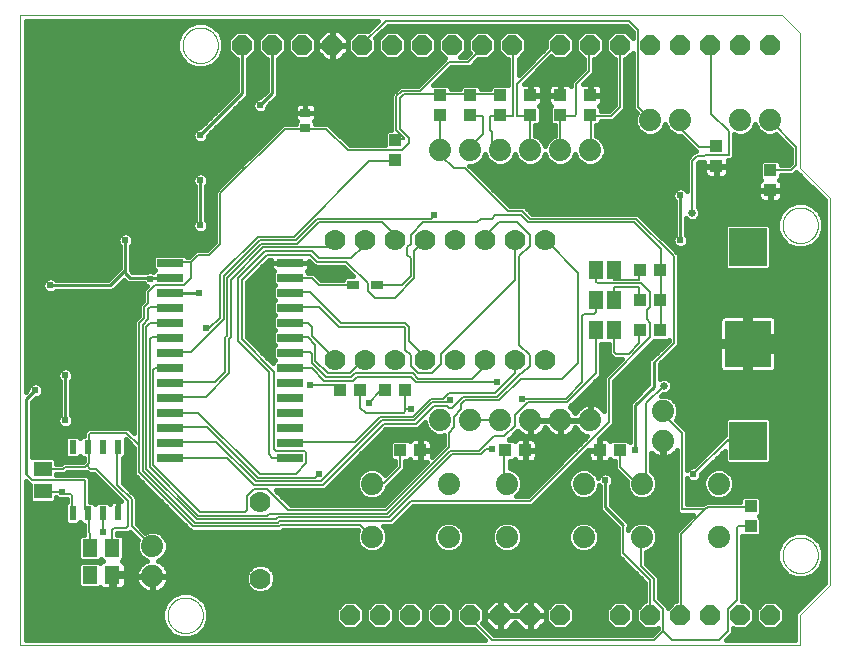
<source format=gbl>
G75*
%MOIN*%
%OFA0B0*%
%FSLAX25Y25*%
%IPPOS*%
%LPD*%
%AMOC8*
5,1,8,0,0,1.08239X$1,22.5*
%
%ADD10C,0.00000*%
%ADD11R,0.03543X0.02756*%
%ADD12C,0.07000*%
%ADD13R,0.03937X0.04331*%
%ADD14C,0.07400*%
%ADD15R,0.04331X0.03937*%
%ADD16OC8,0.06600*%
%ADD17R,0.05906X0.05118*%
%ADD18R,0.05118X0.05906*%
%ADD19R,0.15354X0.15354*%
%ADD20R,0.12598X0.12598*%
%ADD21R,0.02362X0.04724*%
%ADD22R,0.04600X0.06300*%
%ADD23R,0.03937X0.03150*%
%ADD24R,0.09000X0.02500*%
%ADD25C,0.00600*%
%ADD26C,0.02400*%
%ADD27C,0.01600*%
%ADD28C,0.06600*%
%ADD29C,0.03562*%
%ADD30C,0.01000*%
%ADD31C,0.00800*%
%ADD32C,0.02578*%
D10*
X0005000Y0005000D02*
X0005000Y0215000D01*
X0259000Y0215000D01*
X0265000Y0209000D01*
X0265000Y0164000D01*
X0275000Y0154000D01*
X0275000Y0025000D01*
X0265000Y0015000D01*
X0265000Y0005000D01*
X0005000Y0005000D01*
X0054094Y0015000D02*
X0054096Y0015153D01*
X0054102Y0015307D01*
X0054112Y0015460D01*
X0054126Y0015612D01*
X0054144Y0015765D01*
X0054166Y0015916D01*
X0054191Y0016067D01*
X0054221Y0016218D01*
X0054255Y0016368D01*
X0054292Y0016516D01*
X0054333Y0016664D01*
X0054378Y0016810D01*
X0054427Y0016956D01*
X0054480Y0017100D01*
X0054536Y0017242D01*
X0054596Y0017383D01*
X0054660Y0017523D01*
X0054727Y0017661D01*
X0054798Y0017797D01*
X0054873Y0017931D01*
X0054950Y0018063D01*
X0055032Y0018193D01*
X0055116Y0018321D01*
X0055204Y0018447D01*
X0055295Y0018570D01*
X0055389Y0018691D01*
X0055487Y0018809D01*
X0055587Y0018925D01*
X0055691Y0019038D01*
X0055797Y0019149D01*
X0055906Y0019257D01*
X0056018Y0019362D01*
X0056132Y0019463D01*
X0056250Y0019562D01*
X0056369Y0019658D01*
X0056491Y0019751D01*
X0056616Y0019840D01*
X0056743Y0019927D01*
X0056872Y0020009D01*
X0057003Y0020089D01*
X0057136Y0020165D01*
X0057271Y0020238D01*
X0057408Y0020307D01*
X0057547Y0020372D01*
X0057687Y0020434D01*
X0057829Y0020492D01*
X0057972Y0020547D01*
X0058117Y0020598D01*
X0058263Y0020645D01*
X0058410Y0020688D01*
X0058558Y0020727D01*
X0058707Y0020763D01*
X0058857Y0020794D01*
X0059008Y0020822D01*
X0059159Y0020846D01*
X0059312Y0020866D01*
X0059464Y0020882D01*
X0059617Y0020894D01*
X0059770Y0020902D01*
X0059923Y0020906D01*
X0060077Y0020906D01*
X0060230Y0020902D01*
X0060383Y0020894D01*
X0060536Y0020882D01*
X0060688Y0020866D01*
X0060841Y0020846D01*
X0060992Y0020822D01*
X0061143Y0020794D01*
X0061293Y0020763D01*
X0061442Y0020727D01*
X0061590Y0020688D01*
X0061737Y0020645D01*
X0061883Y0020598D01*
X0062028Y0020547D01*
X0062171Y0020492D01*
X0062313Y0020434D01*
X0062453Y0020372D01*
X0062592Y0020307D01*
X0062729Y0020238D01*
X0062864Y0020165D01*
X0062997Y0020089D01*
X0063128Y0020009D01*
X0063257Y0019927D01*
X0063384Y0019840D01*
X0063509Y0019751D01*
X0063631Y0019658D01*
X0063750Y0019562D01*
X0063868Y0019463D01*
X0063982Y0019362D01*
X0064094Y0019257D01*
X0064203Y0019149D01*
X0064309Y0019038D01*
X0064413Y0018925D01*
X0064513Y0018809D01*
X0064611Y0018691D01*
X0064705Y0018570D01*
X0064796Y0018447D01*
X0064884Y0018321D01*
X0064968Y0018193D01*
X0065050Y0018063D01*
X0065127Y0017931D01*
X0065202Y0017797D01*
X0065273Y0017661D01*
X0065340Y0017523D01*
X0065404Y0017383D01*
X0065464Y0017242D01*
X0065520Y0017100D01*
X0065573Y0016956D01*
X0065622Y0016810D01*
X0065667Y0016664D01*
X0065708Y0016516D01*
X0065745Y0016368D01*
X0065779Y0016218D01*
X0065809Y0016067D01*
X0065834Y0015916D01*
X0065856Y0015765D01*
X0065874Y0015612D01*
X0065888Y0015460D01*
X0065898Y0015307D01*
X0065904Y0015153D01*
X0065906Y0015000D01*
X0065904Y0014847D01*
X0065898Y0014693D01*
X0065888Y0014540D01*
X0065874Y0014388D01*
X0065856Y0014235D01*
X0065834Y0014084D01*
X0065809Y0013933D01*
X0065779Y0013782D01*
X0065745Y0013632D01*
X0065708Y0013484D01*
X0065667Y0013336D01*
X0065622Y0013190D01*
X0065573Y0013044D01*
X0065520Y0012900D01*
X0065464Y0012758D01*
X0065404Y0012617D01*
X0065340Y0012477D01*
X0065273Y0012339D01*
X0065202Y0012203D01*
X0065127Y0012069D01*
X0065050Y0011937D01*
X0064968Y0011807D01*
X0064884Y0011679D01*
X0064796Y0011553D01*
X0064705Y0011430D01*
X0064611Y0011309D01*
X0064513Y0011191D01*
X0064413Y0011075D01*
X0064309Y0010962D01*
X0064203Y0010851D01*
X0064094Y0010743D01*
X0063982Y0010638D01*
X0063868Y0010537D01*
X0063750Y0010438D01*
X0063631Y0010342D01*
X0063509Y0010249D01*
X0063384Y0010160D01*
X0063257Y0010073D01*
X0063128Y0009991D01*
X0062997Y0009911D01*
X0062864Y0009835D01*
X0062729Y0009762D01*
X0062592Y0009693D01*
X0062453Y0009628D01*
X0062313Y0009566D01*
X0062171Y0009508D01*
X0062028Y0009453D01*
X0061883Y0009402D01*
X0061737Y0009355D01*
X0061590Y0009312D01*
X0061442Y0009273D01*
X0061293Y0009237D01*
X0061143Y0009206D01*
X0060992Y0009178D01*
X0060841Y0009154D01*
X0060688Y0009134D01*
X0060536Y0009118D01*
X0060383Y0009106D01*
X0060230Y0009098D01*
X0060077Y0009094D01*
X0059923Y0009094D01*
X0059770Y0009098D01*
X0059617Y0009106D01*
X0059464Y0009118D01*
X0059312Y0009134D01*
X0059159Y0009154D01*
X0059008Y0009178D01*
X0058857Y0009206D01*
X0058707Y0009237D01*
X0058558Y0009273D01*
X0058410Y0009312D01*
X0058263Y0009355D01*
X0058117Y0009402D01*
X0057972Y0009453D01*
X0057829Y0009508D01*
X0057687Y0009566D01*
X0057547Y0009628D01*
X0057408Y0009693D01*
X0057271Y0009762D01*
X0057136Y0009835D01*
X0057003Y0009911D01*
X0056872Y0009991D01*
X0056743Y0010073D01*
X0056616Y0010160D01*
X0056491Y0010249D01*
X0056369Y0010342D01*
X0056250Y0010438D01*
X0056132Y0010537D01*
X0056018Y0010638D01*
X0055906Y0010743D01*
X0055797Y0010851D01*
X0055691Y0010962D01*
X0055587Y0011075D01*
X0055487Y0011191D01*
X0055389Y0011309D01*
X0055295Y0011430D01*
X0055204Y0011553D01*
X0055116Y0011679D01*
X0055032Y0011807D01*
X0054950Y0011937D01*
X0054873Y0012069D01*
X0054798Y0012203D01*
X0054727Y0012339D01*
X0054660Y0012477D01*
X0054596Y0012617D01*
X0054536Y0012758D01*
X0054480Y0012900D01*
X0054427Y0013044D01*
X0054378Y0013190D01*
X0054333Y0013336D01*
X0054292Y0013484D01*
X0054255Y0013632D01*
X0054221Y0013782D01*
X0054191Y0013933D01*
X0054166Y0014084D01*
X0054144Y0014235D01*
X0054126Y0014388D01*
X0054112Y0014540D01*
X0054102Y0014693D01*
X0054096Y0014847D01*
X0054094Y0015000D01*
X0259094Y0035000D02*
X0259096Y0035153D01*
X0259102Y0035307D01*
X0259112Y0035460D01*
X0259126Y0035612D01*
X0259144Y0035765D01*
X0259166Y0035916D01*
X0259191Y0036067D01*
X0259221Y0036218D01*
X0259255Y0036368D01*
X0259292Y0036516D01*
X0259333Y0036664D01*
X0259378Y0036810D01*
X0259427Y0036956D01*
X0259480Y0037100D01*
X0259536Y0037242D01*
X0259596Y0037383D01*
X0259660Y0037523D01*
X0259727Y0037661D01*
X0259798Y0037797D01*
X0259873Y0037931D01*
X0259950Y0038063D01*
X0260032Y0038193D01*
X0260116Y0038321D01*
X0260204Y0038447D01*
X0260295Y0038570D01*
X0260389Y0038691D01*
X0260487Y0038809D01*
X0260587Y0038925D01*
X0260691Y0039038D01*
X0260797Y0039149D01*
X0260906Y0039257D01*
X0261018Y0039362D01*
X0261132Y0039463D01*
X0261250Y0039562D01*
X0261369Y0039658D01*
X0261491Y0039751D01*
X0261616Y0039840D01*
X0261743Y0039927D01*
X0261872Y0040009D01*
X0262003Y0040089D01*
X0262136Y0040165D01*
X0262271Y0040238D01*
X0262408Y0040307D01*
X0262547Y0040372D01*
X0262687Y0040434D01*
X0262829Y0040492D01*
X0262972Y0040547D01*
X0263117Y0040598D01*
X0263263Y0040645D01*
X0263410Y0040688D01*
X0263558Y0040727D01*
X0263707Y0040763D01*
X0263857Y0040794D01*
X0264008Y0040822D01*
X0264159Y0040846D01*
X0264312Y0040866D01*
X0264464Y0040882D01*
X0264617Y0040894D01*
X0264770Y0040902D01*
X0264923Y0040906D01*
X0265077Y0040906D01*
X0265230Y0040902D01*
X0265383Y0040894D01*
X0265536Y0040882D01*
X0265688Y0040866D01*
X0265841Y0040846D01*
X0265992Y0040822D01*
X0266143Y0040794D01*
X0266293Y0040763D01*
X0266442Y0040727D01*
X0266590Y0040688D01*
X0266737Y0040645D01*
X0266883Y0040598D01*
X0267028Y0040547D01*
X0267171Y0040492D01*
X0267313Y0040434D01*
X0267453Y0040372D01*
X0267592Y0040307D01*
X0267729Y0040238D01*
X0267864Y0040165D01*
X0267997Y0040089D01*
X0268128Y0040009D01*
X0268257Y0039927D01*
X0268384Y0039840D01*
X0268509Y0039751D01*
X0268631Y0039658D01*
X0268750Y0039562D01*
X0268868Y0039463D01*
X0268982Y0039362D01*
X0269094Y0039257D01*
X0269203Y0039149D01*
X0269309Y0039038D01*
X0269413Y0038925D01*
X0269513Y0038809D01*
X0269611Y0038691D01*
X0269705Y0038570D01*
X0269796Y0038447D01*
X0269884Y0038321D01*
X0269968Y0038193D01*
X0270050Y0038063D01*
X0270127Y0037931D01*
X0270202Y0037797D01*
X0270273Y0037661D01*
X0270340Y0037523D01*
X0270404Y0037383D01*
X0270464Y0037242D01*
X0270520Y0037100D01*
X0270573Y0036956D01*
X0270622Y0036810D01*
X0270667Y0036664D01*
X0270708Y0036516D01*
X0270745Y0036368D01*
X0270779Y0036218D01*
X0270809Y0036067D01*
X0270834Y0035916D01*
X0270856Y0035765D01*
X0270874Y0035612D01*
X0270888Y0035460D01*
X0270898Y0035307D01*
X0270904Y0035153D01*
X0270906Y0035000D01*
X0270904Y0034847D01*
X0270898Y0034693D01*
X0270888Y0034540D01*
X0270874Y0034388D01*
X0270856Y0034235D01*
X0270834Y0034084D01*
X0270809Y0033933D01*
X0270779Y0033782D01*
X0270745Y0033632D01*
X0270708Y0033484D01*
X0270667Y0033336D01*
X0270622Y0033190D01*
X0270573Y0033044D01*
X0270520Y0032900D01*
X0270464Y0032758D01*
X0270404Y0032617D01*
X0270340Y0032477D01*
X0270273Y0032339D01*
X0270202Y0032203D01*
X0270127Y0032069D01*
X0270050Y0031937D01*
X0269968Y0031807D01*
X0269884Y0031679D01*
X0269796Y0031553D01*
X0269705Y0031430D01*
X0269611Y0031309D01*
X0269513Y0031191D01*
X0269413Y0031075D01*
X0269309Y0030962D01*
X0269203Y0030851D01*
X0269094Y0030743D01*
X0268982Y0030638D01*
X0268868Y0030537D01*
X0268750Y0030438D01*
X0268631Y0030342D01*
X0268509Y0030249D01*
X0268384Y0030160D01*
X0268257Y0030073D01*
X0268128Y0029991D01*
X0267997Y0029911D01*
X0267864Y0029835D01*
X0267729Y0029762D01*
X0267592Y0029693D01*
X0267453Y0029628D01*
X0267313Y0029566D01*
X0267171Y0029508D01*
X0267028Y0029453D01*
X0266883Y0029402D01*
X0266737Y0029355D01*
X0266590Y0029312D01*
X0266442Y0029273D01*
X0266293Y0029237D01*
X0266143Y0029206D01*
X0265992Y0029178D01*
X0265841Y0029154D01*
X0265688Y0029134D01*
X0265536Y0029118D01*
X0265383Y0029106D01*
X0265230Y0029098D01*
X0265077Y0029094D01*
X0264923Y0029094D01*
X0264770Y0029098D01*
X0264617Y0029106D01*
X0264464Y0029118D01*
X0264312Y0029134D01*
X0264159Y0029154D01*
X0264008Y0029178D01*
X0263857Y0029206D01*
X0263707Y0029237D01*
X0263558Y0029273D01*
X0263410Y0029312D01*
X0263263Y0029355D01*
X0263117Y0029402D01*
X0262972Y0029453D01*
X0262829Y0029508D01*
X0262687Y0029566D01*
X0262547Y0029628D01*
X0262408Y0029693D01*
X0262271Y0029762D01*
X0262136Y0029835D01*
X0262003Y0029911D01*
X0261872Y0029991D01*
X0261743Y0030073D01*
X0261616Y0030160D01*
X0261491Y0030249D01*
X0261369Y0030342D01*
X0261250Y0030438D01*
X0261132Y0030537D01*
X0261018Y0030638D01*
X0260906Y0030743D01*
X0260797Y0030851D01*
X0260691Y0030962D01*
X0260587Y0031075D01*
X0260487Y0031191D01*
X0260389Y0031309D01*
X0260295Y0031430D01*
X0260204Y0031553D01*
X0260116Y0031679D01*
X0260032Y0031807D01*
X0259950Y0031937D01*
X0259873Y0032069D01*
X0259798Y0032203D01*
X0259727Y0032339D01*
X0259660Y0032477D01*
X0259596Y0032617D01*
X0259536Y0032758D01*
X0259480Y0032900D01*
X0259427Y0033044D01*
X0259378Y0033190D01*
X0259333Y0033336D01*
X0259292Y0033484D01*
X0259255Y0033632D01*
X0259221Y0033782D01*
X0259191Y0033933D01*
X0259166Y0034084D01*
X0259144Y0034235D01*
X0259126Y0034388D01*
X0259112Y0034540D01*
X0259102Y0034693D01*
X0259096Y0034847D01*
X0259094Y0035000D01*
X0259094Y0145000D02*
X0259096Y0145153D01*
X0259102Y0145307D01*
X0259112Y0145460D01*
X0259126Y0145612D01*
X0259144Y0145765D01*
X0259166Y0145916D01*
X0259191Y0146067D01*
X0259221Y0146218D01*
X0259255Y0146368D01*
X0259292Y0146516D01*
X0259333Y0146664D01*
X0259378Y0146810D01*
X0259427Y0146956D01*
X0259480Y0147100D01*
X0259536Y0147242D01*
X0259596Y0147383D01*
X0259660Y0147523D01*
X0259727Y0147661D01*
X0259798Y0147797D01*
X0259873Y0147931D01*
X0259950Y0148063D01*
X0260032Y0148193D01*
X0260116Y0148321D01*
X0260204Y0148447D01*
X0260295Y0148570D01*
X0260389Y0148691D01*
X0260487Y0148809D01*
X0260587Y0148925D01*
X0260691Y0149038D01*
X0260797Y0149149D01*
X0260906Y0149257D01*
X0261018Y0149362D01*
X0261132Y0149463D01*
X0261250Y0149562D01*
X0261369Y0149658D01*
X0261491Y0149751D01*
X0261616Y0149840D01*
X0261743Y0149927D01*
X0261872Y0150009D01*
X0262003Y0150089D01*
X0262136Y0150165D01*
X0262271Y0150238D01*
X0262408Y0150307D01*
X0262547Y0150372D01*
X0262687Y0150434D01*
X0262829Y0150492D01*
X0262972Y0150547D01*
X0263117Y0150598D01*
X0263263Y0150645D01*
X0263410Y0150688D01*
X0263558Y0150727D01*
X0263707Y0150763D01*
X0263857Y0150794D01*
X0264008Y0150822D01*
X0264159Y0150846D01*
X0264312Y0150866D01*
X0264464Y0150882D01*
X0264617Y0150894D01*
X0264770Y0150902D01*
X0264923Y0150906D01*
X0265077Y0150906D01*
X0265230Y0150902D01*
X0265383Y0150894D01*
X0265536Y0150882D01*
X0265688Y0150866D01*
X0265841Y0150846D01*
X0265992Y0150822D01*
X0266143Y0150794D01*
X0266293Y0150763D01*
X0266442Y0150727D01*
X0266590Y0150688D01*
X0266737Y0150645D01*
X0266883Y0150598D01*
X0267028Y0150547D01*
X0267171Y0150492D01*
X0267313Y0150434D01*
X0267453Y0150372D01*
X0267592Y0150307D01*
X0267729Y0150238D01*
X0267864Y0150165D01*
X0267997Y0150089D01*
X0268128Y0150009D01*
X0268257Y0149927D01*
X0268384Y0149840D01*
X0268509Y0149751D01*
X0268631Y0149658D01*
X0268750Y0149562D01*
X0268868Y0149463D01*
X0268982Y0149362D01*
X0269094Y0149257D01*
X0269203Y0149149D01*
X0269309Y0149038D01*
X0269413Y0148925D01*
X0269513Y0148809D01*
X0269611Y0148691D01*
X0269705Y0148570D01*
X0269796Y0148447D01*
X0269884Y0148321D01*
X0269968Y0148193D01*
X0270050Y0148063D01*
X0270127Y0147931D01*
X0270202Y0147797D01*
X0270273Y0147661D01*
X0270340Y0147523D01*
X0270404Y0147383D01*
X0270464Y0147242D01*
X0270520Y0147100D01*
X0270573Y0146956D01*
X0270622Y0146810D01*
X0270667Y0146664D01*
X0270708Y0146516D01*
X0270745Y0146368D01*
X0270779Y0146218D01*
X0270809Y0146067D01*
X0270834Y0145916D01*
X0270856Y0145765D01*
X0270874Y0145612D01*
X0270888Y0145460D01*
X0270898Y0145307D01*
X0270904Y0145153D01*
X0270906Y0145000D01*
X0270904Y0144847D01*
X0270898Y0144693D01*
X0270888Y0144540D01*
X0270874Y0144388D01*
X0270856Y0144235D01*
X0270834Y0144084D01*
X0270809Y0143933D01*
X0270779Y0143782D01*
X0270745Y0143632D01*
X0270708Y0143484D01*
X0270667Y0143336D01*
X0270622Y0143190D01*
X0270573Y0143044D01*
X0270520Y0142900D01*
X0270464Y0142758D01*
X0270404Y0142617D01*
X0270340Y0142477D01*
X0270273Y0142339D01*
X0270202Y0142203D01*
X0270127Y0142069D01*
X0270050Y0141937D01*
X0269968Y0141807D01*
X0269884Y0141679D01*
X0269796Y0141553D01*
X0269705Y0141430D01*
X0269611Y0141309D01*
X0269513Y0141191D01*
X0269413Y0141075D01*
X0269309Y0140962D01*
X0269203Y0140851D01*
X0269094Y0140743D01*
X0268982Y0140638D01*
X0268868Y0140537D01*
X0268750Y0140438D01*
X0268631Y0140342D01*
X0268509Y0140249D01*
X0268384Y0140160D01*
X0268257Y0140073D01*
X0268128Y0139991D01*
X0267997Y0139911D01*
X0267864Y0139835D01*
X0267729Y0139762D01*
X0267592Y0139693D01*
X0267453Y0139628D01*
X0267313Y0139566D01*
X0267171Y0139508D01*
X0267028Y0139453D01*
X0266883Y0139402D01*
X0266737Y0139355D01*
X0266590Y0139312D01*
X0266442Y0139273D01*
X0266293Y0139237D01*
X0266143Y0139206D01*
X0265992Y0139178D01*
X0265841Y0139154D01*
X0265688Y0139134D01*
X0265536Y0139118D01*
X0265383Y0139106D01*
X0265230Y0139098D01*
X0265077Y0139094D01*
X0264923Y0139094D01*
X0264770Y0139098D01*
X0264617Y0139106D01*
X0264464Y0139118D01*
X0264312Y0139134D01*
X0264159Y0139154D01*
X0264008Y0139178D01*
X0263857Y0139206D01*
X0263707Y0139237D01*
X0263558Y0139273D01*
X0263410Y0139312D01*
X0263263Y0139355D01*
X0263117Y0139402D01*
X0262972Y0139453D01*
X0262829Y0139508D01*
X0262687Y0139566D01*
X0262547Y0139628D01*
X0262408Y0139693D01*
X0262271Y0139762D01*
X0262136Y0139835D01*
X0262003Y0139911D01*
X0261872Y0139991D01*
X0261743Y0140073D01*
X0261616Y0140160D01*
X0261491Y0140249D01*
X0261369Y0140342D01*
X0261250Y0140438D01*
X0261132Y0140537D01*
X0261018Y0140638D01*
X0260906Y0140743D01*
X0260797Y0140851D01*
X0260691Y0140962D01*
X0260587Y0141075D01*
X0260487Y0141191D01*
X0260389Y0141309D01*
X0260295Y0141430D01*
X0260204Y0141553D01*
X0260116Y0141679D01*
X0260032Y0141807D01*
X0259950Y0141937D01*
X0259873Y0142069D01*
X0259798Y0142203D01*
X0259727Y0142339D01*
X0259660Y0142477D01*
X0259596Y0142617D01*
X0259536Y0142758D01*
X0259480Y0142900D01*
X0259427Y0143044D01*
X0259378Y0143190D01*
X0259333Y0143336D01*
X0259292Y0143484D01*
X0259255Y0143632D01*
X0259221Y0143782D01*
X0259191Y0143933D01*
X0259166Y0144084D01*
X0259144Y0144235D01*
X0259126Y0144388D01*
X0259112Y0144540D01*
X0259102Y0144693D01*
X0259096Y0144847D01*
X0259094Y0145000D01*
X0059094Y0205000D02*
X0059096Y0205153D01*
X0059102Y0205307D01*
X0059112Y0205460D01*
X0059126Y0205612D01*
X0059144Y0205765D01*
X0059166Y0205916D01*
X0059191Y0206067D01*
X0059221Y0206218D01*
X0059255Y0206368D01*
X0059292Y0206516D01*
X0059333Y0206664D01*
X0059378Y0206810D01*
X0059427Y0206956D01*
X0059480Y0207100D01*
X0059536Y0207242D01*
X0059596Y0207383D01*
X0059660Y0207523D01*
X0059727Y0207661D01*
X0059798Y0207797D01*
X0059873Y0207931D01*
X0059950Y0208063D01*
X0060032Y0208193D01*
X0060116Y0208321D01*
X0060204Y0208447D01*
X0060295Y0208570D01*
X0060389Y0208691D01*
X0060487Y0208809D01*
X0060587Y0208925D01*
X0060691Y0209038D01*
X0060797Y0209149D01*
X0060906Y0209257D01*
X0061018Y0209362D01*
X0061132Y0209463D01*
X0061250Y0209562D01*
X0061369Y0209658D01*
X0061491Y0209751D01*
X0061616Y0209840D01*
X0061743Y0209927D01*
X0061872Y0210009D01*
X0062003Y0210089D01*
X0062136Y0210165D01*
X0062271Y0210238D01*
X0062408Y0210307D01*
X0062547Y0210372D01*
X0062687Y0210434D01*
X0062829Y0210492D01*
X0062972Y0210547D01*
X0063117Y0210598D01*
X0063263Y0210645D01*
X0063410Y0210688D01*
X0063558Y0210727D01*
X0063707Y0210763D01*
X0063857Y0210794D01*
X0064008Y0210822D01*
X0064159Y0210846D01*
X0064312Y0210866D01*
X0064464Y0210882D01*
X0064617Y0210894D01*
X0064770Y0210902D01*
X0064923Y0210906D01*
X0065077Y0210906D01*
X0065230Y0210902D01*
X0065383Y0210894D01*
X0065536Y0210882D01*
X0065688Y0210866D01*
X0065841Y0210846D01*
X0065992Y0210822D01*
X0066143Y0210794D01*
X0066293Y0210763D01*
X0066442Y0210727D01*
X0066590Y0210688D01*
X0066737Y0210645D01*
X0066883Y0210598D01*
X0067028Y0210547D01*
X0067171Y0210492D01*
X0067313Y0210434D01*
X0067453Y0210372D01*
X0067592Y0210307D01*
X0067729Y0210238D01*
X0067864Y0210165D01*
X0067997Y0210089D01*
X0068128Y0210009D01*
X0068257Y0209927D01*
X0068384Y0209840D01*
X0068509Y0209751D01*
X0068631Y0209658D01*
X0068750Y0209562D01*
X0068868Y0209463D01*
X0068982Y0209362D01*
X0069094Y0209257D01*
X0069203Y0209149D01*
X0069309Y0209038D01*
X0069413Y0208925D01*
X0069513Y0208809D01*
X0069611Y0208691D01*
X0069705Y0208570D01*
X0069796Y0208447D01*
X0069884Y0208321D01*
X0069968Y0208193D01*
X0070050Y0208063D01*
X0070127Y0207931D01*
X0070202Y0207797D01*
X0070273Y0207661D01*
X0070340Y0207523D01*
X0070404Y0207383D01*
X0070464Y0207242D01*
X0070520Y0207100D01*
X0070573Y0206956D01*
X0070622Y0206810D01*
X0070667Y0206664D01*
X0070708Y0206516D01*
X0070745Y0206368D01*
X0070779Y0206218D01*
X0070809Y0206067D01*
X0070834Y0205916D01*
X0070856Y0205765D01*
X0070874Y0205612D01*
X0070888Y0205460D01*
X0070898Y0205307D01*
X0070904Y0205153D01*
X0070906Y0205000D01*
X0070904Y0204847D01*
X0070898Y0204693D01*
X0070888Y0204540D01*
X0070874Y0204388D01*
X0070856Y0204235D01*
X0070834Y0204084D01*
X0070809Y0203933D01*
X0070779Y0203782D01*
X0070745Y0203632D01*
X0070708Y0203484D01*
X0070667Y0203336D01*
X0070622Y0203190D01*
X0070573Y0203044D01*
X0070520Y0202900D01*
X0070464Y0202758D01*
X0070404Y0202617D01*
X0070340Y0202477D01*
X0070273Y0202339D01*
X0070202Y0202203D01*
X0070127Y0202069D01*
X0070050Y0201937D01*
X0069968Y0201807D01*
X0069884Y0201679D01*
X0069796Y0201553D01*
X0069705Y0201430D01*
X0069611Y0201309D01*
X0069513Y0201191D01*
X0069413Y0201075D01*
X0069309Y0200962D01*
X0069203Y0200851D01*
X0069094Y0200743D01*
X0068982Y0200638D01*
X0068868Y0200537D01*
X0068750Y0200438D01*
X0068631Y0200342D01*
X0068509Y0200249D01*
X0068384Y0200160D01*
X0068257Y0200073D01*
X0068128Y0199991D01*
X0067997Y0199911D01*
X0067864Y0199835D01*
X0067729Y0199762D01*
X0067592Y0199693D01*
X0067453Y0199628D01*
X0067313Y0199566D01*
X0067171Y0199508D01*
X0067028Y0199453D01*
X0066883Y0199402D01*
X0066737Y0199355D01*
X0066590Y0199312D01*
X0066442Y0199273D01*
X0066293Y0199237D01*
X0066143Y0199206D01*
X0065992Y0199178D01*
X0065841Y0199154D01*
X0065688Y0199134D01*
X0065536Y0199118D01*
X0065383Y0199106D01*
X0065230Y0199098D01*
X0065077Y0199094D01*
X0064923Y0199094D01*
X0064770Y0199098D01*
X0064617Y0199106D01*
X0064464Y0199118D01*
X0064312Y0199134D01*
X0064159Y0199154D01*
X0064008Y0199178D01*
X0063857Y0199206D01*
X0063707Y0199237D01*
X0063558Y0199273D01*
X0063410Y0199312D01*
X0063263Y0199355D01*
X0063117Y0199402D01*
X0062972Y0199453D01*
X0062829Y0199508D01*
X0062687Y0199566D01*
X0062547Y0199628D01*
X0062408Y0199693D01*
X0062271Y0199762D01*
X0062136Y0199835D01*
X0062003Y0199911D01*
X0061872Y0199991D01*
X0061743Y0200073D01*
X0061616Y0200160D01*
X0061491Y0200249D01*
X0061369Y0200342D01*
X0061250Y0200438D01*
X0061132Y0200537D01*
X0061018Y0200638D01*
X0060906Y0200743D01*
X0060797Y0200851D01*
X0060691Y0200962D01*
X0060587Y0201075D01*
X0060487Y0201191D01*
X0060389Y0201309D01*
X0060295Y0201430D01*
X0060204Y0201553D01*
X0060116Y0201679D01*
X0060032Y0201807D01*
X0059950Y0201937D01*
X0059873Y0202069D01*
X0059798Y0202203D01*
X0059727Y0202339D01*
X0059660Y0202477D01*
X0059596Y0202617D01*
X0059536Y0202758D01*
X0059480Y0202900D01*
X0059427Y0203044D01*
X0059378Y0203190D01*
X0059333Y0203336D01*
X0059292Y0203484D01*
X0059255Y0203632D01*
X0059221Y0203782D01*
X0059191Y0203933D01*
X0059166Y0204084D01*
X0059144Y0204235D01*
X0059126Y0204388D01*
X0059112Y0204540D01*
X0059102Y0204693D01*
X0059096Y0204847D01*
X0059094Y0205000D01*
D11*
X0100000Y0182559D03*
X0100000Y0177441D03*
D12*
X0110000Y0140000D03*
X0120000Y0140000D03*
X0130000Y0140000D03*
X0140000Y0140000D03*
X0150000Y0140000D03*
X0160000Y0140000D03*
X0170000Y0140000D03*
X0180000Y0140000D03*
X0180000Y0100000D03*
X0170000Y0100000D03*
X0160000Y0100000D03*
X0150000Y0100000D03*
X0140000Y0100000D03*
X0130000Y0100000D03*
X0120000Y0100000D03*
X0110000Y0100000D03*
X0085000Y0052795D03*
X0085000Y0027205D03*
D13*
X0131654Y0070000D03*
X0138346Y0070000D03*
X0133346Y0090000D03*
X0126654Y0090000D03*
X0118346Y0090000D03*
X0111654Y0090000D03*
X0166654Y0070000D03*
X0173346Y0070000D03*
X0198154Y0070000D03*
X0204846Y0070000D03*
X0211654Y0110000D03*
X0218346Y0110000D03*
X0218346Y0120000D03*
X0211654Y0120000D03*
X0211654Y0130000D03*
X0218346Y0130000D03*
D14*
X0195000Y0170000D03*
X0185000Y0170000D03*
X0175000Y0170000D03*
X0165000Y0170000D03*
X0155000Y0170000D03*
X0145000Y0170000D03*
X0215000Y0180000D03*
X0225000Y0180000D03*
X0245000Y0180000D03*
X0255000Y0180000D03*
X0219232Y0083061D03*
X0219232Y0073061D03*
X0212200Y0058900D03*
X0192800Y0058900D03*
X0192800Y0041100D03*
X0212200Y0041100D03*
X0237800Y0041100D03*
X0237800Y0058900D03*
X0195000Y0080000D03*
X0185000Y0080000D03*
X0175000Y0080000D03*
X0165000Y0080000D03*
X0155000Y0080000D03*
X0145000Y0080000D03*
X0147800Y0058900D03*
X0167200Y0058900D03*
X0167200Y0041100D03*
X0147800Y0041100D03*
X0122200Y0041100D03*
X0122200Y0058900D03*
X0049000Y0038000D03*
X0049000Y0028000D03*
D15*
X0130000Y0166654D03*
X0130000Y0173346D03*
X0145000Y0181654D03*
X0145000Y0188346D03*
X0155000Y0188346D03*
X0155000Y0181654D03*
X0165000Y0181654D03*
X0165000Y0188346D03*
X0175000Y0188346D03*
X0175000Y0181654D03*
X0185000Y0181654D03*
X0185000Y0188346D03*
X0195000Y0188346D03*
X0195000Y0181654D03*
X0237000Y0171346D03*
X0237000Y0164654D03*
X0255000Y0163346D03*
X0255000Y0156654D03*
X0248500Y0051346D03*
X0248500Y0044654D03*
D16*
X0245000Y0015000D03*
X0235000Y0015000D03*
X0225000Y0015000D03*
X0215000Y0015000D03*
X0205000Y0015000D03*
X0185000Y0015000D03*
X0175000Y0015000D03*
X0165000Y0015000D03*
X0155000Y0015000D03*
X0145000Y0015000D03*
X0135000Y0015000D03*
X0125000Y0015000D03*
X0115000Y0015000D03*
X0255000Y0015000D03*
X0255000Y0205000D03*
X0245000Y0205000D03*
X0235000Y0205000D03*
X0225000Y0205000D03*
X0215000Y0205000D03*
X0205000Y0205000D03*
X0195000Y0205000D03*
X0185000Y0205000D03*
X0169000Y0205000D03*
X0159000Y0205000D03*
X0149000Y0205000D03*
X0139000Y0205000D03*
X0129000Y0205000D03*
X0119000Y0205000D03*
X0109000Y0205000D03*
X0099000Y0205000D03*
X0089000Y0205000D03*
X0079000Y0205000D03*
D17*
X0012500Y0063740D03*
X0012500Y0056260D03*
D18*
X0028260Y0037500D03*
X0035740Y0037500D03*
X0035740Y0028500D03*
X0028260Y0028500D03*
D19*
X0247500Y0105500D03*
D20*
X0247500Y0073217D03*
X0247500Y0137783D03*
D21*
X0037500Y0071024D03*
X0032500Y0071024D03*
X0027500Y0071024D03*
X0022500Y0071024D03*
X0022500Y0048976D03*
X0027500Y0048976D03*
X0032500Y0048976D03*
X0037500Y0048976D03*
D22*
X0197000Y0110000D03*
X0203000Y0110000D03*
X0203000Y0120000D03*
X0197000Y0120000D03*
X0197000Y0130000D03*
X0203000Y0130000D03*
D23*
X0123937Y0125000D03*
X0116063Y0125000D03*
D24*
X0095000Y0122500D03*
X0095000Y0117500D03*
X0095000Y0112500D03*
X0095000Y0107500D03*
X0095000Y0102500D03*
X0095000Y0097500D03*
X0095000Y0092500D03*
X0095000Y0087500D03*
X0095000Y0082500D03*
X0095000Y0077500D03*
X0095000Y0072500D03*
X0095000Y0067500D03*
X0055000Y0067500D03*
X0055000Y0072500D03*
X0055000Y0077500D03*
X0055000Y0082500D03*
X0055000Y0087500D03*
X0055000Y0092500D03*
X0055000Y0097500D03*
X0055000Y0102500D03*
X0055000Y0107500D03*
X0055000Y0112500D03*
X0055000Y0117500D03*
X0055000Y0122500D03*
X0055000Y0127500D03*
X0055000Y0132500D03*
X0095000Y0132500D03*
X0095000Y0127500D03*
D25*
X0095000Y0127400D01*
X0102200Y0127400D01*
X0104600Y0125000D01*
X0116063Y0125000D01*
X0120800Y0125600D02*
X0120800Y0123200D01*
X0123200Y0120800D01*
X0129800Y0120800D01*
X0136400Y0127400D01*
X0136400Y0136400D01*
X0140000Y0140000D01*
X0135200Y0138800D02*
X0135200Y0141800D01*
X0139400Y0146000D01*
X0157400Y0146000D01*
X0158600Y0147200D01*
X0162200Y0147200D01*
X0163400Y0148400D01*
X0171800Y0148400D01*
X0174200Y0146000D01*
X0209600Y0146000D01*
X0218600Y0137000D01*
X0218600Y0130400D01*
X0218346Y0130000D01*
X0218600Y0129800D01*
X0218600Y0120200D01*
X0218346Y0120000D01*
X0218600Y0119600D01*
X0218600Y0110000D01*
X0218346Y0110000D01*
X0215000Y0112400D02*
X0213800Y0113600D01*
X0213800Y0116600D01*
X0215000Y0117800D01*
X0215000Y0122600D01*
X0212000Y0125600D01*
X0197600Y0125600D01*
X0197000Y0126200D01*
X0197000Y0130000D01*
X0203000Y0130000D02*
X0203000Y0126800D01*
X0211400Y0126800D01*
X0211400Y0129800D01*
X0211654Y0130000D01*
X0211400Y0124400D02*
X0203000Y0124400D01*
X0203000Y0120000D01*
X0197000Y0120000D02*
X0197000Y0116000D01*
X0196400Y0115400D01*
X0192800Y0115400D01*
X0192200Y0114800D01*
X0192200Y0092600D01*
X0186800Y0087200D01*
X0172400Y0087200D01*
X0174200Y0086000D02*
X0170000Y0081800D01*
X0170000Y0078200D01*
X0166400Y0074600D01*
X0162800Y0074600D01*
X0158000Y0069800D01*
X0148400Y0069800D01*
X0127400Y0048800D01*
X0087800Y0048800D01*
X0087200Y0048200D01*
X0064400Y0048200D01*
X0048200Y0064400D01*
X0048200Y0107000D01*
X0048800Y0107600D01*
X0054800Y0107600D01*
X0055000Y0107500D01*
X0055400Y0102800D02*
X0055000Y0102500D01*
X0055400Y0102800D02*
X0062000Y0102800D01*
X0072800Y0113600D01*
X0072800Y0128000D01*
X0084800Y0140000D01*
X0096800Y0140000D01*
X0104000Y0147200D01*
X0141800Y0147200D01*
X0143000Y0148400D01*
X0135200Y0138800D02*
X0134000Y0137600D01*
X0134000Y0135200D01*
X0135200Y0134000D01*
X0135200Y0128000D01*
X0132200Y0125000D01*
X0123937Y0125000D01*
X0120800Y0125600D02*
X0113600Y0132800D01*
X0104000Y0132800D01*
X0101600Y0135200D01*
X0087200Y0135200D01*
X0078800Y0126800D01*
X0078800Y0107000D01*
X0089600Y0096200D01*
X0089600Y0070400D01*
X0090200Y0069800D01*
X0099800Y0069800D01*
X0100400Y0069200D01*
X0100400Y0065600D01*
X0096800Y0062000D01*
X0084800Y0062000D01*
X0064400Y0082400D01*
X0055400Y0082400D01*
X0055000Y0082500D01*
X0055000Y0087500D02*
X0055400Y0087800D01*
X0066800Y0087800D01*
X0074600Y0095600D01*
X0074600Y0107000D01*
X0075200Y0107600D01*
X0075200Y0126800D01*
X0086000Y0137600D01*
X0107600Y0137600D01*
X0110000Y0140000D01*
X0115400Y0134000D02*
X0104600Y0134000D01*
X0102200Y0136400D01*
X0086600Y0136400D01*
X0077600Y0127400D01*
X0077600Y0106400D01*
X0087800Y0096200D01*
X0087800Y0068600D01*
X0089000Y0067400D01*
X0095000Y0067400D01*
X0095000Y0067500D01*
X0095000Y0072500D02*
X0095000Y0072800D01*
X0116600Y0072800D01*
X0125000Y0081200D01*
X0135800Y0081200D01*
X0141800Y0087200D01*
X0146000Y0087200D01*
X0147800Y0089000D01*
X0163400Y0089000D01*
X0170000Y0095600D01*
X0170000Y0100000D01*
X0171800Y0095600D02*
X0172400Y0095600D01*
X0174800Y0098000D01*
X0174800Y0101600D01*
X0171200Y0105200D01*
X0171200Y0134600D01*
X0174800Y0138200D01*
X0174800Y0141800D01*
X0170600Y0146000D01*
X0164600Y0146000D01*
X0160400Y0141800D01*
X0160400Y0140000D01*
X0160000Y0140000D01*
X0170000Y0140000D02*
X0170000Y0126800D01*
X0145400Y0102200D01*
X0145400Y0098600D01*
X0142400Y0095600D01*
X0137600Y0095600D01*
X0135200Y0098000D01*
X0135200Y0101600D01*
X0133400Y0103400D01*
X0133400Y0110600D01*
X0132800Y0111200D01*
X0111200Y0111200D01*
X0104600Y0117800D01*
X0095000Y0117800D01*
X0095000Y0117500D01*
X0095000Y0122500D02*
X0095000Y0122600D01*
X0101600Y0122600D01*
X0111800Y0112400D01*
X0133400Y0112400D01*
X0134600Y0111200D01*
X0134600Y0106400D01*
X0140000Y0101000D01*
X0140000Y0100000D01*
X0135800Y0095600D02*
X0137600Y0093800D01*
X0155600Y0093800D01*
X0159800Y0098000D01*
X0159800Y0099800D01*
X0160000Y0100000D01*
X0164000Y0092600D02*
X0137000Y0092600D01*
X0135200Y0094400D01*
X0117200Y0094400D01*
X0116000Y0093200D01*
X0106400Y0093200D01*
X0102200Y0097400D01*
X0095000Y0097400D01*
X0095000Y0097500D01*
X0102200Y0099200D02*
X0107000Y0094400D01*
X0115400Y0094400D01*
X0116600Y0095600D01*
X0135800Y0095600D01*
X0133346Y0090000D02*
X0133400Y0089600D01*
X0133400Y0083600D01*
X0135200Y0083600D01*
X0133400Y0083600D02*
X0133400Y0083000D01*
X0132800Y0082400D01*
X0120200Y0082400D01*
X0118400Y0084200D01*
X0118400Y0089600D01*
X0118346Y0090000D01*
X0121142Y0085709D02*
X0125079Y0089646D01*
X0126654Y0090000D01*
X0119600Y0100400D02*
X0114800Y0095600D01*
X0107600Y0095600D01*
X0103400Y0099800D01*
X0103400Y0105200D01*
X0101000Y0107600D01*
X0095000Y0107600D01*
X0095000Y0107500D01*
X0095000Y0102800D02*
X0095000Y0102500D01*
X0095000Y0102800D02*
X0101600Y0102800D01*
X0102200Y0102200D01*
X0102200Y0099200D01*
X0101457Y0091614D02*
X0111299Y0091614D01*
X0111654Y0090000D01*
X0110000Y0100000D02*
X0110000Y0100400D01*
X0102200Y0108200D01*
X0102200Y0111200D01*
X0101000Y0112400D01*
X0095000Y0112400D01*
X0095000Y0112500D01*
X0074000Y0108200D02*
X0074000Y0127400D01*
X0085400Y0138800D01*
X0097400Y0138800D01*
X0104600Y0146000D01*
X0125600Y0146000D01*
X0129800Y0141800D01*
X0129800Y0140000D01*
X0130000Y0140000D01*
X0120000Y0140000D02*
X0119600Y0140000D01*
X0119600Y0138200D01*
X0115400Y0134000D01*
X0096200Y0141200D02*
X0084200Y0141200D01*
X0071600Y0128600D01*
X0071600Y0114200D01*
X0068000Y0110600D01*
X0066800Y0110600D01*
X0073400Y0107600D02*
X0074000Y0108200D01*
X0073400Y0107600D02*
X0073400Y0096200D01*
X0069800Y0092600D01*
X0055400Y0092600D01*
X0055000Y0092500D01*
X0054800Y0097400D02*
X0050000Y0097400D01*
X0049400Y0096800D01*
X0049400Y0065000D01*
X0065000Y0049400D01*
X0080000Y0049400D01*
X0080600Y0050000D01*
X0080600Y0054800D01*
X0083000Y0057200D01*
X0087200Y0057200D01*
X0094400Y0050000D01*
X0126800Y0050000D01*
X0147800Y0071000D01*
X0147800Y0075800D01*
X0149600Y0077600D01*
X0149600Y0081200D01*
X0152000Y0083600D01*
X0152000Y0085400D01*
X0153200Y0086600D01*
X0164600Y0086600D01*
X0171800Y0093800D01*
X0185600Y0093800D01*
X0191000Y0099200D01*
X0191000Y0129200D01*
X0180200Y0140000D01*
X0180000Y0140000D01*
X0174800Y0147200D02*
X0172400Y0149600D01*
X0167600Y0149600D01*
X0153200Y0164000D01*
X0149600Y0164000D01*
X0145400Y0168200D01*
X0145400Y0170000D01*
X0145000Y0170000D01*
X0144800Y0170000D01*
X0144800Y0181400D01*
X0145000Y0181654D01*
X0145000Y0188346D02*
X0144800Y0188600D01*
X0132800Y0188600D01*
X0131600Y0187400D01*
X0131600Y0177200D01*
X0134600Y0174200D01*
X0134600Y0172400D01*
X0132200Y0170000D01*
X0114200Y0170000D01*
X0107000Y0177200D01*
X0100400Y0177200D01*
X0100000Y0177441D01*
X0099800Y0177200D01*
X0093200Y0177200D01*
X0071600Y0155600D01*
X0071600Y0138800D01*
X0068000Y0135200D01*
X0064400Y0135200D01*
X0062000Y0132800D01*
X0062000Y0127400D01*
X0059600Y0125000D01*
X0050000Y0125000D01*
X0047600Y0122600D01*
X0047600Y0119000D01*
X0046400Y0117800D01*
X0046400Y0114200D01*
X0044600Y0112400D01*
X0044600Y0071600D01*
X0044600Y0062600D01*
X0062600Y0044600D01*
X0091400Y0044600D01*
X0092000Y0045200D01*
X0118400Y0045200D01*
X0122000Y0041600D01*
X0122200Y0041100D01*
X0128600Y0046400D02*
X0091400Y0046400D01*
X0090800Y0045800D01*
X0063200Y0045800D01*
X0045800Y0063200D01*
X0045800Y0111800D01*
X0047600Y0113600D01*
X0047600Y0117200D01*
X0048200Y0117800D01*
X0054800Y0117800D01*
X0055000Y0117500D01*
X0055000Y0112500D02*
X0054800Y0112400D01*
X0048200Y0112400D01*
X0047000Y0111200D01*
X0047000Y0063800D01*
X0063800Y0047000D01*
X0090200Y0047000D01*
X0090800Y0047600D01*
X0128000Y0047600D01*
X0149000Y0068600D01*
X0158600Y0068600D01*
X0160400Y0070400D01*
X0162200Y0070400D01*
X0166400Y0069800D02*
X0166654Y0070000D01*
X0166400Y0069800D02*
X0166400Y0059600D01*
X0167000Y0059000D01*
X0167200Y0058900D01*
X0174800Y0053000D02*
X0135200Y0053000D01*
X0128600Y0046400D01*
X0126200Y0059000D02*
X0122600Y0059000D01*
X0122200Y0058900D01*
X0126200Y0059000D02*
X0131600Y0064400D01*
X0131600Y0069800D01*
X0131654Y0070000D01*
X0137000Y0078800D02*
X0126200Y0078800D01*
X0105800Y0058400D01*
X0083000Y0058400D01*
X0074000Y0067400D01*
X0055400Y0067400D01*
X0055000Y0067500D01*
X0055000Y0072500D02*
X0055400Y0072800D01*
X0070400Y0072800D01*
X0083600Y0059600D01*
X0105200Y0059600D01*
X0125600Y0080000D01*
X0136400Y0080000D01*
X0142400Y0086000D01*
X0147800Y0086000D01*
X0148400Y0086600D01*
X0147200Y0084800D02*
X0147800Y0084200D01*
X0149000Y0084200D01*
X0152600Y0087800D01*
X0164000Y0087800D01*
X0171800Y0095600D01*
X0174200Y0086000D02*
X0187400Y0086000D01*
X0197000Y0095600D01*
X0197000Y0110000D01*
X0203000Y0110000D02*
X0203000Y0102800D01*
X0203600Y0102200D01*
X0207800Y0102200D01*
X0211400Y0105800D01*
X0211400Y0110000D01*
X0211654Y0110000D01*
X0215000Y0107600D02*
X0201200Y0093800D01*
X0201200Y0079400D01*
X0174800Y0053000D01*
X0204800Y0064400D02*
X0210200Y0059000D01*
X0212000Y0059000D01*
X0212200Y0058900D01*
X0213661Y0060118D01*
X0213661Y0085709D01*
X0219232Y0083061D02*
X0219567Y0081772D01*
X0225472Y0075866D01*
X0225472Y0050276D01*
X0233346Y0050276D01*
X0233311Y0050311D01*
X0225200Y0042200D01*
X0225200Y0015200D01*
X0225000Y0015000D01*
X0219200Y0017000D02*
X0219200Y0009800D01*
X0216200Y0006800D01*
X0162200Y0006800D01*
X0155000Y0014000D01*
X0155000Y0015000D01*
X0165000Y0015000D02*
X0166417Y0014843D01*
X0206000Y0035600D02*
X0206000Y0045000D01*
X0212000Y0041000D02*
X0212200Y0041100D01*
X0212000Y0041000D02*
X0212000Y0031400D01*
X0216200Y0027200D01*
X0216200Y0020000D01*
X0219200Y0017000D01*
X0215000Y0015000D02*
X0215000Y0026600D01*
X0206000Y0035600D01*
X0233311Y0050311D02*
X0234200Y0051200D01*
X0248000Y0051200D01*
X0248500Y0051346D01*
X0248500Y0044654D02*
X0248000Y0044600D01*
X0244400Y0044600D01*
X0243800Y0044000D01*
X0243800Y0020000D01*
X0240800Y0017000D01*
X0240800Y0009800D01*
X0237800Y0006800D01*
X0222200Y0006800D01*
X0219200Y0009800D01*
X0204800Y0064400D02*
X0204800Y0069800D01*
X0204846Y0070000D01*
X0176260Y0079803D02*
X0175000Y0080000D01*
X0165000Y0080000D02*
X0155000Y0080000D01*
X0147200Y0084800D02*
X0143000Y0084800D01*
X0137000Y0078800D01*
X0120000Y0100000D02*
X0119600Y0100400D01*
X0104600Y0062000D02*
X0103400Y0060800D01*
X0084200Y0060800D01*
X0067400Y0077600D01*
X0055400Y0077600D01*
X0055000Y0077500D01*
X0044600Y0071600D02*
X0040400Y0075800D01*
X0028400Y0075800D01*
X0027800Y0075200D01*
X0027800Y0071600D01*
X0027500Y0071024D01*
X0027800Y0071000D01*
X0027800Y0065600D01*
X0027200Y0065000D01*
X0028400Y0063800D01*
X0030200Y0063800D01*
X0041000Y0053000D01*
X0041000Y0044600D01*
X0040400Y0044000D01*
X0036200Y0044000D01*
X0035600Y0043400D01*
X0035600Y0038000D01*
X0035740Y0037500D01*
X0032600Y0042800D02*
X0032600Y0048800D01*
X0032500Y0048976D01*
X0027800Y0048800D02*
X0027500Y0048976D01*
X0026654Y0050276D01*
X0026654Y0060118D01*
X0008937Y0060118D01*
X0006969Y0062087D01*
X0012500Y0063740D02*
X0012800Y0063800D01*
X0019400Y0063800D01*
X0020000Y0064400D01*
X0026600Y0064400D01*
X0027200Y0065000D01*
X0021800Y0055400D02*
X0020000Y0055400D01*
X0019400Y0056000D01*
X0018780Y0056000D01*
X0018780Y0056181D01*
X0018780Y0056000D02*
X0012800Y0056000D01*
X0012500Y0056260D01*
X0021800Y0055400D02*
X0022400Y0054800D01*
X0022400Y0049400D01*
X0022500Y0048976D01*
X0027800Y0048800D02*
X0027800Y0042800D01*
X0028400Y0042200D01*
X0028400Y0038000D01*
X0028260Y0037500D01*
X0042200Y0044600D02*
X0048800Y0038000D01*
X0049000Y0038000D01*
X0042200Y0044600D02*
X0042200Y0053600D01*
X0037400Y0058400D01*
X0037400Y0071000D01*
X0037500Y0071024D01*
X0054800Y0097400D02*
X0055000Y0097500D01*
X0048307Y0127047D02*
X0048307Y0127500D01*
X0040433Y0129016D02*
X0040209Y0128791D01*
X0055000Y0132500D02*
X0055400Y0132800D01*
X0062000Y0132800D01*
X0096200Y0141200D02*
X0121400Y0166400D01*
X0129800Y0166400D01*
X0130000Y0166654D01*
X0130000Y0173346D02*
X0130400Y0173600D01*
X0132800Y0173600D01*
X0132800Y0174200D01*
X0130400Y0176600D01*
X0130400Y0188000D01*
X0132200Y0189800D01*
X0138200Y0189800D01*
X0147800Y0199400D01*
X0154400Y0199400D01*
X0158600Y0203600D01*
X0158600Y0204800D01*
X0159000Y0205000D01*
X0169000Y0205000D02*
X0169400Y0204800D01*
X0169400Y0181400D01*
X0165200Y0181400D01*
X0165000Y0181654D01*
X0164600Y0181400D01*
X0161600Y0181400D01*
X0161600Y0176600D01*
X0162200Y0176000D01*
X0162200Y0172400D01*
X0164600Y0170000D01*
X0165000Y0170000D01*
X0159200Y0175400D02*
X0155000Y0171200D01*
X0155000Y0170000D01*
X0159200Y0175400D02*
X0159200Y0181400D01*
X0155000Y0181400D01*
X0155000Y0181654D01*
X0155000Y0188346D02*
X0155000Y0188600D01*
X0164600Y0188600D01*
X0165000Y0188346D01*
X0170600Y0192200D02*
X0170600Y0181400D01*
X0174800Y0181400D01*
X0175000Y0181654D01*
X0174800Y0181400D02*
X0174800Y0170000D01*
X0175000Y0170000D01*
X0185000Y0170000D02*
X0185000Y0181400D01*
X0185000Y0181654D01*
X0185000Y0181400D02*
X0189800Y0181400D01*
X0190400Y0182000D01*
X0190400Y0192200D01*
X0194600Y0196400D01*
X0194600Y0204800D01*
X0195000Y0205000D01*
X0185000Y0205000D02*
X0185000Y0204800D01*
X0183200Y0204800D01*
X0170600Y0192200D01*
X0155000Y0188600D02*
X0145400Y0188600D01*
X0145000Y0188346D01*
X0126800Y0213200D02*
X0119000Y0205400D01*
X0119000Y0205000D01*
X0126800Y0213200D02*
X0207800Y0213200D01*
X0210800Y0210200D01*
X0210800Y0184400D01*
X0215000Y0180200D01*
X0215000Y0180000D01*
X0204800Y0184400D02*
X0201800Y0181400D01*
X0195200Y0181400D01*
X0195000Y0181654D01*
X0195200Y0181400D02*
X0195200Y0170000D01*
X0195000Y0170000D01*
X0204800Y0184400D02*
X0204800Y0204800D01*
X0205000Y0205000D01*
X0235000Y0205000D02*
X0235315Y0203819D01*
X0235315Y0182165D01*
X0241220Y0176260D01*
X0241220Y0168386D01*
X0233346Y0168386D01*
X0231200Y0171200D02*
X0225200Y0177200D01*
X0225200Y0179600D01*
X0225000Y0180000D01*
X0236600Y0171200D02*
X0237000Y0171346D01*
X0236600Y0171200D02*
X0231200Y0171200D01*
X0255000Y0163346D02*
X0255200Y0163400D01*
X0261800Y0163400D01*
X0263600Y0165200D01*
X0263600Y0171200D01*
X0255200Y0179600D01*
X0255000Y0180000D01*
X0210200Y0147200D02*
X0174800Y0147200D01*
X0210200Y0147200D02*
X0222800Y0134600D01*
X0222800Y0105800D01*
X0216200Y0099200D01*
X0215000Y0107600D02*
X0215000Y0112400D01*
X0211654Y0120000D02*
X0211400Y0120200D01*
X0211400Y0124400D01*
X0247400Y0073400D02*
X0247500Y0073217D01*
D26*
X0229400Y0062000D03*
X0210000Y0070000D03*
X0200000Y0060000D03*
X0172400Y0087200D03*
X0164000Y0092600D03*
X0148400Y0086600D03*
X0135200Y0083600D03*
X0138000Y0075000D03*
X0121142Y0085709D03*
X0101457Y0091614D03*
X0066800Y0110600D03*
X0064500Y0122500D03*
X0048307Y0127047D03*
X0040000Y0140000D03*
X0065000Y0145000D03*
X0065000Y0160000D03*
X0065000Y0175000D03*
X0085000Y0185000D03*
X0110000Y0185000D03*
X0143000Y0148400D03*
X0106000Y0129000D03*
X0162200Y0070400D03*
X0104600Y0062000D03*
X0031500Y0055500D03*
X0018780Y0056181D03*
X0032600Y0042800D03*
X0020000Y0080000D03*
X0010000Y0090000D03*
X0020000Y0095000D03*
X0015000Y0125000D03*
X0225000Y0140000D03*
X0225000Y0155000D03*
D27*
X0223182Y0156859D02*
X0162746Y0156859D01*
X0161147Y0158457D02*
X0227200Y0158457D01*
X0226473Y0157204D02*
X0225517Y0157600D01*
X0224483Y0157600D01*
X0223527Y0157204D01*
X0222796Y0156473D01*
X0222400Y0155517D01*
X0222400Y0154483D01*
X0222796Y0153527D01*
X0223100Y0153223D01*
X0223100Y0141777D01*
X0222796Y0141473D01*
X0222400Y0140517D01*
X0222400Y0139483D01*
X0222796Y0138527D01*
X0223527Y0137796D01*
X0224483Y0137400D01*
X0225517Y0137400D01*
X0226473Y0137796D01*
X0227204Y0138527D01*
X0227600Y0139483D01*
X0227600Y0140517D01*
X0227204Y0141473D01*
X0226900Y0141777D01*
X0226900Y0147297D01*
X0227477Y0146720D01*
X0228465Y0146311D01*
X0229535Y0146311D01*
X0230523Y0146720D01*
X0231280Y0147477D01*
X0231689Y0148465D01*
X0231689Y0149535D01*
X0231280Y0150523D01*
X0230800Y0151003D01*
X0230800Y0165754D01*
X0231246Y0166200D01*
X0233035Y0166200D01*
X0233035Y0164838D01*
X0236816Y0164838D01*
X0236816Y0164469D01*
X0237184Y0164469D01*
X0237184Y0160885D01*
X0239402Y0160885D01*
X0239860Y0161008D01*
X0240271Y0161245D01*
X0240606Y0161580D01*
X0240843Y0161990D01*
X0240965Y0162448D01*
X0240965Y0164469D01*
X0237184Y0164469D01*
X0237184Y0164838D01*
X0240965Y0164838D01*
X0240965Y0166686D01*
X0241925Y0166686D01*
X0242920Y0167682D01*
X0242920Y0175341D01*
X0243986Y0174900D01*
X0246014Y0174900D01*
X0247889Y0175676D01*
X0249324Y0177111D01*
X0250000Y0178744D01*
X0250676Y0177111D01*
X0252111Y0175676D01*
X0253986Y0174900D01*
X0256014Y0174900D01*
X0257062Y0175334D01*
X0261900Y0170496D01*
X0261900Y0165904D01*
X0261096Y0165100D01*
X0258565Y0165100D01*
X0258565Y0165895D01*
X0257745Y0166715D01*
X0252255Y0166715D01*
X0251435Y0165895D01*
X0251435Y0160798D01*
X0252009Y0160224D01*
X0251729Y0160062D01*
X0251394Y0159727D01*
X0251157Y0159317D01*
X0251035Y0158859D01*
X0251035Y0156838D01*
X0254816Y0156838D01*
X0254816Y0156469D01*
X0255184Y0156469D01*
X0255184Y0152885D01*
X0257402Y0152885D01*
X0257860Y0153008D01*
X0258271Y0153245D01*
X0258606Y0153580D01*
X0258843Y0153990D01*
X0258965Y0154448D01*
X0258965Y0156469D01*
X0255184Y0156469D01*
X0255184Y0156838D01*
X0258965Y0156838D01*
X0258965Y0158859D01*
X0258843Y0159317D01*
X0258606Y0159727D01*
X0258271Y0160062D01*
X0257991Y0160224D01*
X0258565Y0160798D01*
X0258565Y0161700D01*
X0262504Y0161700D01*
X0263629Y0162825D01*
X0264254Y0162200D01*
X0273200Y0153254D01*
X0273200Y0025746D01*
X0263200Y0015746D01*
X0263200Y0006800D01*
X0240204Y0006800D01*
X0242500Y0009096D01*
X0242500Y0010853D01*
X0243053Y0010300D01*
X0246947Y0010300D01*
X0249700Y0013053D01*
X0249700Y0016947D01*
X0246947Y0019700D01*
X0245500Y0019700D01*
X0245500Y0041540D01*
X0245755Y0041285D01*
X0251245Y0041285D01*
X0252065Y0042105D01*
X0252065Y0047202D01*
X0251267Y0048000D01*
X0252065Y0048798D01*
X0252065Y0053895D01*
X0251245Y0054715D01*
X0245755Y0054715D01*
X0244935Y0053895D01*
X0244935Y0052900D01*
X0233496Y0052900D01*
X0232607Y0052011D01*
X0232607Y0052011D01*
X0232571Y0051976D01*
X0227172Y0051976D01*
X0227172Y0060584D01*
X0227196Y0060527D01*
X0227927Y0059796D01*
X0228883Y0059400D01*
X0229917Y0059400D01*
X0230873Y0059796D01*
X0231604Y0060527D01*
X0232000Y0061483D01*
X0232000Y0062054D01*
X0239801Y0069855D01*
X0239801Y0066337D01*
X0240621Y0065517D01*
X0254379Y0065517D01*
X0255199Y0066337D01*
X0255199Y0080096D01*
X0254379Y0080916D01*
X0240621Y0080916D01*
X0239801Y0080096D01*
X0239801Y0075088D01*
X0238900Y0074187D01*
X0238900Y0074046D01*
X0229454Y0064600D01*
X0228883Y0064600D01*
X0227927Y0064204D01*
X0227196Y0063473D01*
X0227172Y0063416D01*
X0227172Y0076570D01*
X0226177Y0077566D01*
X0223560Y0080182D01*
X0224332Y0082046D01*
X0224332Y0084075D01*
X0223556Y0085950D01*
X0222121Y0087384D01*
X0220247Y0088161D01*
X0218706Y0088161D01*
X0219357Y0088811D01*
X0220035Y0088811D01*
X0221023Y0089220D01*
X0221780Y0089977D01*
X0222189Y0090965D01*
X0222189Y0092035D01*
X0221780Y0093023D01*
X0221023Y0093780D01*
X0220035Y0094189D01*
X0218965Y0094189D01*
X0218100Y0093831D01*
X0218100Y0098696D01*
X0223504Y0104100D01*
X0224500Y0105096D01*
X0224500Y0135304D01*
X0211900Y0147904D01*
X0210904Y0148900D01*
X0175504Y0148900D01*
X0174100Y0150304D01*
X0173104Y0151300D01*
X0168304Y0151300D01*
X0154900Y0164704D01*
X0154704Y0164900D01*
X0156014Y0164900D01*
X0157889Y0165676D01*
X0159324Y0167111D01*
X0160000Y0168744D01*
X0160676Y0167111D01*
X0162111Y0165676D01*
X0163986Y0164900D01*
X0166014Y0164900D01*
X0167889Y0165676D01*
X0169324Y0167111D01*
X0170000Y0168744D01*
X0170676Y0167111D01*
X0172111Y0165676D01*
X0173986Y0164900D01*
X0176014Y0164900D01*
X0177889Y0165676D01*
X0179324Y0167111D01*
X0180000Y0168744D01*
X0180676Y0167111D01*
X0182111Y0165676D01*
X0183986Y0164900D01*
X0186014Y0164900D01*
X0187889Y0165676D01*
X0189324Y0167111D01*
X0190000Y0168744D01*
X0190676Y0167111D01*
X0192111Y0165676D01*
X0193986Y0164900D01*
X0196014Y0164900D01*
X0197889Y0165676D01*
X0199324Y0167111D01*
X0200100Y0168986D01*
X0200100Y0171014D01*
X0199324Y0172889D01*
X0197889Y0174324D01*
X0196900Y0174733D01*
X0196900Y0178285D01*
X0197745Y0178285D01*
X0198565Y0179105D01*
X0198565Y0179700D01*
X0202504Y0179700D01*
X0203500Y0180696D01*
X0206500Y0183696D01*
X0206500Y0200300D01*
X0206947Y0200300D01*
X0209100Y0202453D01*
X0209100Y0183696D01*
X0210451Y0182345D01*
X0209900Y0181014D01*
X0209900Y0178986D01*
X0210676Y0177111D01*
X0212111Y0175676D01*
X0213986Y0174900D01*
X0216014Y0174900D01*
X0217889Y0175676D01*
X0219324Y0177111D01*
X0220000Y0178744D01*
X0220676Y0177111D01*
X0222111Y0175676D01*
X0223986Y0174900D01*
X0225096Y0174900D01*
X0230196Y0169800D01*
X0229754Y0169800D01*
X0228700Y0168746D01*
X0227200Y0167246D01*
X0227200Y0156477D01*
X0226473Y0157204D01*
X0226818Y0156859D02*
X0227200Y0156859D01*
X0227200Y0160056D02*
X0159549Y0160056D01*
X0157950Y0161654D02*
X0227200Y0161654D01*
X0227200Y0163253D02*
X0156352Y0163253D01*
X0154753Y0164851D02*
X0227200Y0164851D01*
X0227200Y0166450D02*
X0198662Y0166450D01*
X0199712Y0168048D02*
X0228003Y0168048D01*
X0229601Y0169647D02*
X0200100Y0169647D01*
X0200004Y0171245D02*
X0228751Y0171245D01*
X0227152Y0172844D02*
X0199342Y0172844D01*
X0197602Y0174442D02*
X0225554Y0174442D01*
X0221747Y0176041D02*
X0218253Y0176041D01*
X0219542Y0177639D02*
X0220458Y0177639D01*
X0211747Y0176041D02*
X0196900Y0176041D01*
X0196900Y0177639D02*
X0210458Y0177639D01*
X0209900Y0179238D02*
X0198565Y0179238D01*
X0203640Y0180836D02*
X0209900Y0180836D01*
X0210361Y0182435D02*
X0205239Y0182435D01*
X0206500Y0184033D02*
X0209100Y0184033D01*
X0209100Y0185632D02*
X0206500Y0185632D01*
X0206500Y0187230D02*
X0209100Y0187230D01*
X0209100Y0188829D02*
X0206500Y0188829D01*
X0206500Y0190427D02*
X0209100Y0190427D01*
X0209100Y0192026D02*
X0206500Y0192026D01*
X0206500Y0193624D02*
X0209100Y0193624D01*
X0209100Y0195223D02*
X0206500Y0195223D01*
X0206500Y0196821D02*
X0209100Y0196821D01*
X0209100Y0198420D02*
X0206500Y0198420D01*
X0206500Y0200018D02*
X0209100Y0200018D01*
X0209100Y0201617D02*
X0208264Y0201617D01*
X0203100Y0200300D02*
X0203100Y0185104D01*
X0201096Y0183100D01*
X0198565Y0183100D01*
X0198565Y0184202D01*
X0197991Y0184776D01*
X0198271Y0184938D01*
X0198606Y0185273D01*
X0198843Y0185683D01*
X0198965Y0186141D01*
X0198965Y0188162D01*
X0195184Y0188162D01*
X0195184Y0188531D01*
X0194816Y0188531D01*
X0194816Y0192115D01*
X0192719Y0192115D01*
X0196300Y0195696D01*
X0196300Y0200300D01*
X0196947Y0200300D01*
X0199700Y0203053D01*
X0199700Y0206947D01*
X0196947Y0209700D01*
X0193053Y0209700D01*
X0190300Y0206947D01*
X0190300Y0203053D01*
X0192900Y0200453D01*
X0192900Y0197104D01*
X0189696Y0193900D01*
X0188700Y0192904D01*
X0188700Y0191257D01*
X0188606Y0191420D01*
X0188271Y0191755D01*
X0187860Y0191992D01*
X0187402Y0192115D01*
X0185184Y0192115D01*
X0185184Y0188531D01*
X0184816Y0188531D01*
X0184816Y0192115D01*
X0182598Y0192115D01*
X0182140Y0191992D01*
X0181729Y0191755D01*
X0181394Y0191420D01*
X0181157Y0191010D01*
X0181035Y0190552D01*
X0181035Y0188531D01*
X0184816Y0188531D01*
X0184816Y0188162D01*
X0181035Y0188162D01*
X0181035Y0186141D01*
X0181157Y0185683D01*
X0181394Y0185273D01*
X0181729Y0184938D01*
X0182009Y0184776D01*
X0181435Y0184202D01*
X0181435Y0179105D01*
X0182255Y0178285D01*
X0183300Y0178285D01*
X0183300Y0174816D01*
X0182111Y0174324D01*
X0180676Y0172889D01*
X0180000Y0171256D01*
X0179324Y0172889D01*
X0177889Y0174324D01*
X0176500Y0174899D01*
X0176500Y0178285D01*
X0177745Y0178285D01*
X0178565Y0179105D01*
X0178565Y0184202D01*
X0177991Y0184776D01*
X0178271Y0184938D01*
X0178606Y0185273D01*
X0178843Y0185683D01*
X0178965Y0186141D01*
X0178965Y0188162D01*
X0175184Y0188162D01*
X0175184Y0188531D01*
X0174816Y0188531D01*
X0174816Y0192115D01*
X0172919Y0192115D01*
X0182079Y0201275D01*
X0183053Y0200300D01*
X0186947Y0200300D01*
X0189700Y0203053D01*
X0189700Y0206947D01*
X0186947Y0209700D01*
X0183053Y0209700D01*
X0180300Y0206947D01*
X0180300Y0204304D01*
X0171100Y0195104D01*
X0171100Y0200453D01*
X0173700Y0203053D01*
X0173700Y0206947D01*
X0170947Y0209700D01*
X0167053Y0209700D01*
X0164300Y0206947D01*
X0164300Y0203053D01*
X0167053Y0200300D01*
X0167700Y0200300D01*
X0167700Y0191715D01*
X0162255Y0191715D01*
X0161435Y0190895D01*
X0161435Y0190300D01*
X0158565Y0190300D01*
X0158565Y0190895D01*
X0157745Y0191715D01*
X0152255Y0191715D01*
X0151435Y0190895D01*
X0151435Y0190300D01*
X0148565Y0190300D01*
X0148565Y0190895D01*
X0147745Y0191715D01*
X0142519Y0191715D01*
X0148504Y0197700D01*
X0155104Y0197700D01*
X0157704Y0200300D01*
X0160947Y0200300D01*
X0163700Y0203053D01*
X0163700Y0206947D01*
X0160947Y0209700D01*
X0157053Y0209700D01*
X0154300Y0206947D01*
X0154300Y0203053D01*
X0154975Y0202379D01*
X0153696Y0201100D01*
X0151747Y0201100D01*
X0153700Y0203053D01*
X0153700Y0206947D01*
X0150947Y0209700D01*
X0147053Y0209700D01*
X0144300Y0206947D01*
X0144300Y0203053D01*
X0146675Y0200679D01*
X0146100Y0200104D01*
X0137496Y0191500D01*
X0131496Y0191500D01*
X0130500Y0190504D01*
X0128700Y0188704D01*
X0128700Y0176715D01*
X0127255Y0176715D01*
X0126435Y0175895D01*
X0126435Y0171700D01*
X0114904Y0171700D01*
X0108700Y0177904D01*
X0107704Y0178900D01*
X0103172Y0178900D01*
X0103172Y0179399D01*
X0102847Y0179723D01*
X0102877Y0179741D01*
X0103212Y0180076D01*
X0103449Y0180486D01*
X0103572Y0180944D01*
X0103572Y0182559D01*
X0100000Y0182559D01*
X0100000Y0182559D01*
X0096428Y0182559D01*
X0096428Y0180944D01*
X0096551Y0180486D01*
X0096788Y0180076D01*
X0097123Y0179741D01*
X0097153Y0179723D01*
X0096828Y0179399D01*
X0096828Y0178900D01*
X0092496Y0178900D01*
X0070896Y0157300D01*
X0069900Y0156304D01*
X0069900Y0139504D01*
X0067296Y0136900D01*
X0063696Y0136900D01*
X0061296Y0134500D01*
X0060730Y0134500D01*
X0060080Y0135150D01*
X0049920Y0135150D01*
X0049100Y0134330D01*
X0049100Y0130670D01*
X0049770Y0130000D01*
X0049244Y0129474D01*
X0048824Y0129647D01*
X0047790Y0129647D01*
X0047193Y0129400D01*
X0042287Y0129400D01*
X0042133Y0129554D01*
X0042133Y0129720D01*
X0041900Y0129953D01*
X0041900Y0138223D01*
X0042204Y0138527D01*
X0042600Y0139483D01*
X0042600Y0140517D01*
X0042204Y0141473D01*
X0041473Y0142204D01*
X0040517Y0142600D01*
X0039483Y0142600D01*
X0038527Y0142204D01*
X0037796Y0141473D01*
X0037400Y0140517D01*
X0037400Y0139483D01*
X0037796Y0138527D01*
X0038100Y0138223D01*
X0038100Y0130787D01*
X0034213Y0126900D01*
X0016777Y0126900D01*
X0016473Y0127204D01*
X0015517Y0127600D01*
X0014483Y0127600D01*
X0013527Y0127204D01*
X0012796Y0126473D01*
X0012400Y0125517D01*
X0012400Y0124483D01*
X0012796Y0123527D01*
X0013527Y0122796D01*
X0014483Y0122400D01*
X0015517Y0122400D01*
X0016473Y0122796D01*
X0016777Y0123100D01*
X0035787Y0123100D01*
X0039500Y0126813D01*
X0039600Y0126713D01*
X0040713Y0125600D01*
X0046092Y0125600D01*
X0046103Y0125574D01*
X0046834Y0124843D01*
X0047262Y0124666D01*
X0045900Y0123304D01*
X0045900Y0119704D01*
X0045696Y0119500D01*
X0045696Y0119500D01*
X0044700Y0118504D01*
X0044700Y0114904D01*
X0043896Y0114100D01*
X0042900Y0113104D01*
X0042900Y0075704D01*
X0041104Y0077500D01*
X0027696Y0077500D01*
X0026700Y0076504D01*
X0026100Y0075904D01*
X0026100Y0074786D01*
X0025739Y0074786D01*
X0025000Y0074047D01*
X0024261Y0074786D01*
X0020739Y0074786D01*
X0019919Y0073966D01*
X0019919Y0068082D01*
X0020739Y0067261D01*
X0024261Y0067261D01*
X0025000Y0068000D01*
X0025739Y0067261D01*
X0026100Y0067261D01*
X0026100Y0066304D01*
X0025896Y0066100D01*
X0019296Y0066100D01*
X0018696Y0065500D01*
X0016853Y0065500D01*
X0016853Y0066879D01*
X0016033Y0067699D01*
X0008967Y0067699D01*
X0008868Y0067600D01*
X0008868Y0086181D01*
X0010087Y0087400D01*
X0010517Y0087400D01*
X0011473Y0087796D01*
X0012204Y0088527D01*
X0012600Y0089483D01*
X0012600Y0090517D01*
X0012204Y0091473D01*
X0011473Y0092204D01*
X0010517Y0092600D01*
X0009483Y0092600D01*
X0008527Y0092204D01*
X0007796Y0091473D01*
X0007400Y0090517D01*
X0007400Y0090087D01*
X0006800Y0089487D01*
X0006800Y0213200D01*
X0124396Y0213200D01*
X0120896Y0209700D01*
X0117053Y0209700D01*
X0114300Y0206947D01*
X0114300Y0203053D01*
X0117053Y0200300D01*
X0120947Y0200300D01*
X0123700Y0203053D01*
X0123700Y0206947D01*
X0123325Y0207321D01*
X0127504Y0211500D01*
X0207096Y0211500D01*
X0209100Y0209496D01*
X0209100Y0207547D01*
X0206947Y0209700D01*
X0203053Y0209700D01*
X0200300Y0206947D01*
X0200300Y0203053D01*
X0203053Y0200300D01*
X0203100Y0200300D01*
X0203100Y0200018D02*
X0196300Y0200018D01*
X0196300Y0198420D02*
X0203100Y0198420D01*
X0203100Y0196821D02*
X0196300Y0196821D01*
X0195827Y0195223D02*
X0203100Y0195223D01*
X0203100Y0193624D02*
X0194228Y0193624D01*
X0194816Y0192026D02*
X0195184Y0192026D01*
X0195184Y0192115D02*
X0195184Y0188531D01*
X0198965Y0188531D01*
X0198965Y0190552D01*
X0198843Y0191010D01*
X0198606Y0191420D01*
X0198271Y0191755D01*
X0197860Y0191992D01*
X0197402Y0192115D01*
X0195184Y0192115D01*
X0195184Y0190427D02*
X0194816Y0190427D01*
X0194816Y0188829D02*
X0195184Y0188829D01*
X0197735Y0192026D02*
X0203100Y0192026D01*
X0203100Y0190427D02*
X0198965Y0190427D01*
X0198965Y0188829D02*
X0203100Y0188829D01*
X0203100Y0187230D02*
X0198965Y0187230D01*
X0198813Y0185632D02*
X0203100Y0185632D01*
X0202029Y0184033D02*
X0198565Y0184033D01*
X0188700Y0192026D02*
X0187735Y0192026D01*
X0189420Y0193624D02*
X0174428Y0193624D01*
X0174816Y0192026D02*
X0175184Y0192026D01*
X0175184Y0192115D02*
X0175184Y0188531D01*
X0178965Y0188531D01*
X0178965Y0190552D01*
X0178843Y0191010D01*
X0178606Y0191420D01*
X0178271Y0191755D01*
X0177860Y0191992D01*
X0177402Y0192115D01*
X0175184Y0192115D01*
X0175184Y0190427D02*
X0174816Y0190427D01*
X0174816Y0188829D02*
X0175184Y0188829D01*
X0177735Y0192026D02*
X0182265Y0192026D01*
X0181035Y0190427D02*
X0178965Y0190427D01*
X0178965Y0188829D02*
X0181035Y0188829D01*
X0181035Y0187230D02*
X0178965Y0187230D01*
X0178813Y0185632D02*
X0181187Y0185632D01*
X0181435Y0184033D02*
X0178565Y0184033D01*
X0178565Y0182435D02*
X0181435Y0182435D01*
X0181435Y0180836D02*
X0178565Y0180836D01*
X0178565Y0179238D02*
X0181435Y0179238D01*
X0183300Y0177639D02*
X0176500Y0177639D01*
X0176500Y0176041D02*
X0183300Y0176041D01*
X0182398Y0174442D02*
X0177602Y0174442D01*
X0179342Y0172844D02*
X0180658Y0172844D01*
X0180288Y0168048D02*
X0179712Y0168048D01*
X0178662Y0166450D02*
X0181338Y0166450D01*
X0188662Y0166450D02*
X0191338Y0166450D01*
X0190288Y0168048D02*
X0189712Y0168048D01*
X0171338Y0166450D02*
X0168662Y0166450D01*
X0169712Y0168048D02*
X0170288Y0168048D01*
X0161338Y0166450D02*
X0158662Y0166450D01*
X0159712Y0168048D02*
X0160288Y0168048D01*
X0164344Y0155260D02*
X0222400Y0155260D01*
X0222740Y0153662D02*
X0165943Y0153662D01*
X0167541Y0152063D02*
X0223100Y0152063D01*
X0223100Y0150465D02*
X0173940Y0150465D01*
X0210938Y0148866D02*
X0223100Y0148866D01*
X0223100Y0147268D02*
X0212537Y0147268D01*
X0214135Y0145669D02*
X0223100Y0145669D01*
X0223100Y0144070D02*
X0215734Y0144070D01*
X0217332Y0142472D02*
X0223100Y0142472D01*
X0222548Y0140873D02*
X0218931Y0140873D01*
X0220529Y0139275D02*
X0222486Y0139275D01*
X0222128Y0137676D02*
X0223815Y0137676D01*
X0223726Y0136078D02*
X0239801Y0136078D01*
X0239801Y0137676D02*
X0226185Y0137676D01*
X0227514Y0139275D02*
X0239801Y0139275D01*
X0239801Y0140873D02*
X0227452Y0140873D01*
X0226900Y0142472D02*
X0239801Y0142472D01*
X0239801Y0144070D02*
X0226900Y0144070D01*
X0226900Y0145669D02*
X0257294Y0145669D01*
X0257294Y0146533D02*
X0257294Y0143467D01*
X0258468Y0140635D01*
X0260635Y0138468D01*
X0263467Y0137294D01*
X0266533Y0137294D01*
X0269365Y0138468D01*
X0271532Y0140635D01*
X0272705Y0143467D01*
X0272705Y0146533D01*
X0271532Y0149365D01*
X0269365Y0151532D01*
X0266533Y0152705D01*
X0263467Y0152705D01*
X0260635Y0151532D01*
X0258468Y0149365D01*
X0257294Y0146533D01*
X0257599Y0147268D02*
X0231070Y0147268D01*
X0231689Y0148866D02*
X0258261Y0148866D01*
X0259567Y0150465D02*
X0231304Y0150465D01*
X0230800Y0152063D02*
X0261916Y0152063D01*
X0258653Y0153662D02*
X0272793Y0153662D01*
X0273200Y0152063D02*
X0268084Y0152063D01*
X0270433Y0150465D02*
X0273200Y0150465D01*
X0273200Y0148866D02*
X0271739Y0148866D01*
X0272401Y0147268D02*
X0273200Y0147268D01*
X0273200Y0145669D02*
X0272705Y0145669D01*
X0272705Y0144070D02*
X0273200Y0144070D01*
X0273200Y0142472D02*
X0272293Y0142472D01*
X0271631Y0140873D02*
X0273200Y0140873D01*
X0273200Y0139275D02*
X0270172Y0139275D01*
X0267455Y0137676D02*
X0273200Y0137676D01*
X0273200Y0136078D02*
X0255199Y0136078D01*
X0255199Y0137676D02*
X0262545Y0137676D01*
X0259828Y0139275D02*
X0255199Y0139275D01*
X0255199Y0140873D02*
X0258369Y0140873D01*
X0257707Y0142472D02*
X0255199Y0142472D01*
X0255199Y0144070D02*
X0257294Y0144070D01*
X0255199Y0144663D02*
X0254379Y0145483D01*
X0240621Y0145483D01*
X0239801Y0144663D01*
X0239801Y0130904D01*
X0240621Y0130084D01*
X0254379Y0130084D01*
X0255199Y0130904D01*
X0255199Y0144663D01*
X0254816Y0152885D02*
X0252598Y0152885D01*
X0252140Y0153008D01*
X0251729Y0153245D01*
X0251394Y0153580D01*
X0251157Y0153990D01*
X0251035Y0154448D01*
X0251035Y0156469D01*
X0254816Y0156469D01*
X0254816Y0152885D01*
X0254816Y0153662D02*
X0255184Y0153662D01*
X0255184Y0155260D02*
X0254816Y0155260D01*
X0258965Y0155260D02*
X0271194Y0155260D01*
X0269596Y0156859D02*
X0258965Y0156859D01*
X0258965Y0158457D02*
X0267997Y0158457D01*
X0266399Y0160056D02*
X0258277Y0160056D01*
X0258565Y0161654D02*
X0264800Y0161654D01*
X0261900Y0166450D02*
X0258011Y0166450D01*
X0261900Y0168048D02*
X0242920Y0168048D01*
X0242920Y0169647D02*
X0261900Y0169647D01*
X0261151Y0171245D02*
X0242920Y0171245D01*
X0242920Y0172844D02*
X0259552Y0172844D01*
X0257954Y0174442D02*
X0242920Y0174442D01*
X0248253Y0176041D02*
X0251747Y0176041D01*
X0250458Y0177639D02*
X0249542Y0177639D01*
X0251989Y0166450D02*
X0240965Y0166450D01*
X0240965Y0164851D02*
X0251435Y0164851D01*
X0251435Y0163253D02*
X0240965Y0163253D01*
X0240649Y0161654D02*
X0251435Y0161654D01*
X0251723Y0160056D02*
X0230800Y0160056D01*
X0230800Y0161654D02*
X0233351Y0161654D01*
X0233394Y0161580D02*
X0233729Y0161245D01*
X0234140Y0161008D01*
X0234598Y0160885D01*
X0236816Y0160885D01*
X0236816Y0164469D01*
X0233035Y0164469D01*
X0233035Y0162448D01*
X0233157Y0161990D01*
X0233394Y0161580D01*
X0233035Y0163253D02*
X0230800Y0163253D01*
X0230800Y0164851D02*
X0233035Y0164851D01*
X0236816Y0163253D02*
X0237184Y0163253D01*
X0237184Y0161654D02*
X0236816Y0161654D01*
X0230800Y0158457D02*
X0251035Y0158457D01*
X0251035Y0156859D02*
X0230800Y0156859D01*
X0230800Y0155260D02*
X0251035Y0155260D01*
X0251347Y0153662D02*
X0230800Y0153662D01*
X0226930Y0147268D02*
X0226900Y0147268D01*
X0224500Y0134479D02*
X0239801Y0134479D01*
X0239801Y0132881D02*
X0224500Y0132881D01*
X0224500Y0131282D02*
X0239801Y0131282D01*
X0224500Y0129684D02*
X0273200Y0129684D01*
X0273200Y0131282D02*
X0255199Y0131282D01*
X0255199Y0132881D02*
X0273200Y0132881D01*
X0273200Y0134479D02*
X0255199Y0134479D01*
X0273200Y0128085D02*
X0224500Y0128085D01*
X0224500Y0126487D02*
X0273200Y0126487D01*
X0273200Y0124888D02*
X0224500Y0124888D01*
X0224500Y0123290D02*
X0273200Y0123290D01*
X0273200Y0121691D02*
X0224500Y0121691D01*
X0224500Y0120093D02*
X0273200Y0120093D01*
X0273200Y0118494D02*
X0224500Y0118494D01*
X0224500Y0116896D02*
X0273200Y0116896D01*
X0273200Y0115297D02*
X0224500Y0115297D01*
X0224500Y0113699D02*
X0238099Y0113699D01*
X0238145Y0113872D02*
X0238023Y0113414D01*
X0238023Y0106300D01*
X0246700Y0106300D01*
X0246700Y0114977D01*
X0239586Y0114977D01*
X0239128Y0114854D01*
X0238718Y0114618D01*
X0238382Y0114282D01*
X0238145Y0113872D01*
X0238023Y0112100D02*
X0224500Y0112100D01*
X0224500Y0110502D02*
X0238023Y0110502D01*
X0238023Y0108903D02*
X0224500Y0108903D01*
X0224500Y0107305D02*
X0238023Y0107305D01*
X0238023Y0104700D02*
X0238023Y0097586D01*
X0238145Y0097128D01*
X0238382Y0096718D01*
X0238718Y0096382D01*
X0239128Y0096145D01*
X0239586Y0096023D01*
X0246700Y0096023D01*
X0246700Y0104700D01*
X0248300Y0104700D01*
X0248300Y0106300D01*
X0246700Y0106300D01*
X0246700Y0104700D01*
X0238023Y0104700D01*
X0238023Y0104108D02*
X0223512Y0104108D01*
X0224500Y0105706D02*
X0246700Y0105706D01*
X0246700Y0104108D02*
X0248300Y0104108D01*
X0248300Y0104700D02*
X0248300Y0096023D01*
X0255414Y0096023D01*
X0255872Y0096145D01*
X0256282Y0096382D01*
X0256618Y0096718D01*
X0256854Y0097128D01*
X0256977Y0097586D01*
X0256977Y0104700D01*
X0248300Y0104700D01*
X0248300Y0105706D02*
X0273200Y0105706D01*
X0273200Y0104108D02*
X0256977Y0104108D01*
X0256977Y0102509D02*
X0273200Y0102509D01*
X0273200Y0100911D02*
X0256977Y0100911D01*
X0256977Y0099312D02*
X0273200Y0099312D01*
X0273200Y0097714D02*
X0256977Y0097714D01*
X0255759Y0096115D02*
X0273200Y0096115D01*
X0273200Y0094517D02*
X0218100Y0094517D01*
X0218100Y0096115D02*
X0239241Y0096115D01*
X0238023Y0097714D02*
X0218100Y0097714D01*
X0218716Y0099312D02*
X0238023Y0099312D01*
X0238023Y0100911D02*
X0220315Y0100911D01*
X0221913Y0102509D02*
X0238023Y0102509D01*
X0246700Y0102509D02*
X0248300Y0102509D01*
X0248300Y0100911D02*
X0246700Y0100911D01*
X0246700Y0099312D02*
X0248300Y0099312D01*
X0248300Y0097714D02*
X0246700Y0097714D01*
X0246700Y0096115D02*
X0248300Y0096115D01*
X0248300Y0106300D02*
X0256977Y0106300D01*
X0256977Y0113414D01*
X0256854Y0113872D01*
X0256618Y0114282D01*
X0256282Y0114618D01*
X0255872Y0114854D01*
X0255414Y0114977D01*
X0248300Y0114977D01*
X0248300Y0106300D01*
X0248300Y0107305D02*
X0246700Y0107305D01*
X0246700Y0108903D02*
X0248300Y0108903D01*
X0248300Y0110502D02*
X0246700Y0110502D01*
X0246700Y0112100D02*
X0248300Y0112100D01*
X0248300Y0113699D02*
X0246700Y0113699D01*
X0256901Y0113699D02*
X0273200Y0113699D01*
X0273200Y0112100D02*
X0256977Y0112100D01*
X0256977Y0110502D02*
X0273200Y0110502D01*
X0273200Y0108903D02*
X0256977Y0108903D01*
X0256977Y0107305D02*
X0273200Y0107305D01*
X0273200Y0092918D02*
X0221823Y0092918D01*
X0222189Y0091320D02*
X0273200Y0091320D01*
X0273200Y0089721D02*
X0221524Y0089721D01*
X0220339Y0088123D02*
X0273200Y0088123D01*
X0273200Y0086524D02*
X0222981Y0086524D01*
X0223980Y0084926D02*
X0273200Y0084926D01*
X0273200Y0083327D02*
X0224332Y0083327D01*
X0224201Y0081729D02*
X0273200Y0081729D01*
X0273200Y0080130D02*
X0255165Y0080130D01*
X0255199Y0078532D02*
X0273200Y0078532D01*
X0273200Y0076933D02*
X0255199Y0076933D01*
X0255199Y0075334D02*
X0273200Y0075334D01*
X0273200Y0073736D02*
X0255199Y0073736D01*
X0255199Y0072137D02*
X0273200Y0072137D01*
X0273200Y0070539D02*
X0255199Y0070539D01*
X0255199Y0068940D02*
X0273200Y0068940D01*
X0273200Y0067342D02*
X0255199Y0067342D01*
X0254605Y0065743D02*
X0273200Y0065743D01*
X0273200Y0064145D02*
X0234090Y0064145D01*
X0234911Y0063224D02*
X0233476Y0061789D01*
X0232700Y0059914D01*
X0232700Y0057886D01*
X0233476Y0056011D01*
X0234911Y0054576D01*
X0236786Y0053800D01*
X0238814Y0053800D01*
X0240689Y0054576D01*
X0242124Y0056011D01*
X0242900Y0057886D01*
X0242900Y0059914D01*
X0242124Y0061789D01*
X0240689Y0063224D01*
X0238814Y0064000D01*
X0236786Y0064000D01*
X0234911Y0063224D01*
X0234234Y0062546D02*
X0232492Y0062546D01*
X0233128Y0060948D02*
X0231778Y0060948D01*
X0232700Y0059349D02*
X0227172Y0059349D01*
X0227172Y0057751D02*
X0232756Y0057751D01*
X0233418Y0056152D02*
X0227172Y0056152D01*
X0227172Y0054554D02*
X0234966Y0054554D01*
X0240634Y0054554D02*
X0245594Y0054554D01*
X0244935Y0052955D02*
X0227172Y0052955D01*
X0223772Y0052955D02*
X0201900Y0052955D01*
X0201900Y0051787D02*
X0201900Y0058223D01*
X0202204Y0058527D01*
X0202600Y0059483D01*
X0202600Y0060517D01*
X0202204Y0061473D01*
X0201473Y0062204D01*
X0200517Y0062600D01*
X0199483Y0062600D01*
X0198527Y0062204D01*
X0197796Y0061473D01*
X0197525Y0060819D01*
X0197124Y0061789D01*
X0195689Y0063224D01*
X0193814Y0064000D01*
X0191786Y0064000D01*
X0189911Y0063224D01*
X0188476Y0061789D01*
X0187700Y0059914D01*
X0187700Y0057886D01*
X0188476Y0056011D01*
X0189911Y0054576D01*
X0191786Y0053800D01*
X0193814Y0053800D01*
X0195689Y0054576D01*
X0197124Y0056011D01*
X0197900Y0057886D01*
X0197900Y0058423D01*
X0198100Y0058223D01*
X0198100Y0050213D01*
X0204300Y0044013D01*
X0204300Y0034896D01*
X0205296Y0033900D01*
X0213300Y0025896D01*
X0213300Y0019700D01*
X0213053Y0019700D01*
X0210300Y0016947D01*
X0210300Y0013053D01*
X0213053Y0010300D01*
X0216947Y0010300D01*
X0217500Y0010853D01*
X0217500Y0010504D01*
X0215496Y0008500D01*
X0162904Y0008500D01*
X0159025Y0012379D01*
X0159700Y0013053D01*
X0159700Y0016947D01*
X0156947Y0019700D01*
X0153053Y0019700D01*
X0150300Y0016947D01*
X0150300Y0013053D01*
X0153053Y0010300D01*
X0156296Y0010300D01*
X0159796Y0006800D01*
X0006800Y0006800D01*
X0006800Y0059851D01*
X0008147Y0058504D01*
X0008147Y0053121D01*
X0008967Y0052301D01*
X0016033Y0052301D01*
X0016853Y0053121D01*
X0016853Y0054300D01*
X0016984Y0054300D01*
X0017307Y0053977D01*
X0018262Y0053581D01*
X0019297Y0053581D01*
X0019584Y0053700D01*
X0020700Y0053700D01*
X0020700Y0052700D01*
X0019919Y0051918D01*
X0019919Y0046034D01*
X0020739Y0045214D01*
X0024261Y0045214D01*
X0025000Y0045953D01*
X0025739Y0045214D01*
X0026100Y0045214D01*
X0026100Y0042096D01*
X0026343Y0041853D01*
X0025121Y0041853D01*
X0024301Y0041033D01*
X0024301Y0033967D01*
X0025121Y0033147D01*
X0031399Y0033147D01*
X0032000Y0033748D01*
X0032590Y0033158D01*
X0032486Y0033130D01*
X0032076Y0032893D01*
X0031741Y0032558D01*
X0031723Y0032528D01*
X0031399Y0032853D01*
X0025121Y0032853D01*
X0024301Y0032033D01*
X0024301Y0024967D01*
X0025121Y0024147D01*
X0031399Y0024147D01*
X0031723Y0024472D01*
X0031741Y0024442D01*
X0032076Y0024107D01*
X0032486Y0023870D01*
X0032944Y0023747D01*
X0035261Y0023747D01*
X0035261Y0028020D01*
X0036220Y0028020D01*
X0036220Y0023747D01*
X0038536Y0023747D01*
X0038994Y0023870D01*
X0039404Y0024107D01*
X0039740Y0024442D01*
X0039977Y0024852D01*
X0040099Y0025310D01*
X0040099Y0028020D01*
X0036220Y0028020D01*
X0036220Y0028980D01*
X0040099Y0028980D01*
X0040099Y0031690D01*
X0039977Y0032148D01*
X0039740Y0032558D01*
X0039404Y0032893D01*
X0038994Y0033130D01*
X0038890Y0033158D01*
X0039699Y0033967D01*
X0039699Y0041033D01*
X0038879Y0041853D01*
X0037300Y0041853D01*
X0037300Y0042300D01*
X0041104Y0042300D01*
X0041600Y0042796D01*
X0044334Y0040062D01*
X0043900Y0039014D01*
X0043900Y0036986D01*
X0044676Y0035111D01*
X0046111Y0033676D01*
X0047237Y0033210D01*
X0046889Y0033097D01*
X0046117Y0032704D01*
X0045417Y0032195D01*
X0044805Y0031583D01*
X0044296Y0030883D01*
X0043903Y0030111D01*
X0043635Y0029288D01*
X0043500Y0028433D01*
X0043500Y0028200D01*
X0048800Y0028200D01*
X0048800Y0027800D01*
X0049200Y0027800D01*
X0049200Y0028200D01*
X0054500Y0028200D01*
X0054500Y0028433D01*
X0054365Y0029288D01*
X0054097Y0030111D01*
X0053704Y0030883D01*
X0053195Y0031583D01*
X0052583Y0032195D01*
X0051883Y0032704D01*
X0051111Y0033097D01*
X0050763Y0033210D01*
X0051889Y0033676D01*
X0053324Y0035111D01*
X0054100Y0036986D01*
X0054100Y0039014D01*
X0053324Y0040889D01*
X0051889Y0042324D01*
X0050014Y0043100D01*
X0047986Y0043100D01*
X0046655Y0042549D01*
X0043900Y0045304D01*
X0043900Y0054304D01*
X0042904Y0055300D01*
X0039100Y0059104D01*
X0039100Y0067261D01*
X0039261Y0067261D01*
X0040081Y0068082D01*
X0040081Y0073715D01*
X0042900Y0070896D01*
X0042900Y0061896D01*
X0060900Y0043896D01*
X0061896Y0042900D01*
X0092104Y0042900D01*
X0092704Y0043500D01*
X0117674Y0043500D01*
X0117100Y0042114D01*
X0117100Y0040086D01*
X0117876Y0038211D01*
X0119311Y0036776D01*
X0121186Y0036000D01*
X0123214Y0036000D01*
X0125089Y0036776D01*
X0126524Y0038211D01*
X0127300Y0040086D01*
X0127300Y0042114D01*
X0126524Y0043989D01*
X0125812Y0044700D01*
X0129304Y0044700D01*
X0130300Y0045696D01*
X0135904Y0051300D01*
X0175504Y0051300D01*
X0176500Y0052296D01*
X0194388Y0070184D01*
X0197969Y0070184D01*
X0197969Y0069816D01*
X0194385Y0069816D01*
X0194385Y0067598D01*
X0194508Y0067140D01*
X0194745Y0066729D01*
X0195080Y0066394D01*
X0195490Y0066157D01*
X0195948Y0066035D01*
X0197969Y0066035D01*
X0197969Y0069816D01*
X0198338Y0069816D01*
X0198338Y0066035D01*
X0200359Y0066035D01*
X0200817Y0066157D01*
X0201227Y0066394D01*
X0201562Y0066729D01*
X0201724Y0067009D01*
X0202298Y0066435D01*
X0203100Y0066435D01*
X0203100Y0063696D01*
X0207100Y0059696D01*
X0207100Y0057886D01*
X0207876Y0056011D01*
X0209311Y0054576D01*
X0211186Y0053800D01*
X0213214Y0053800D01*
X0215089Y0054576D01*
X0216524Y0056011D01*
X0217300Y0057886D01*
X0217300Y0059914D01*
X0216524Y0061789D01*
X0215361Y0062951D01*
X0215361Y0069153D01*
X0215649Y0068865D01*
X0216350Y0068357D01*
X0217121Y0067964D01*
X0217944Y0067696D01*
X0218799Y0067561D01*
X0219032Y0067561D01*
X0219032Y0072861D01*
X0219432Y0072861D01*
X0219432Y0067561D01*
X0219665Y0067561D01*
X0220520Y0067696D01*
X0221343Y0067964D01*
X0222115Y0068357D01*
X0222815Y0068865D01*
X0223427Y0069478D01*
X0223772Y0069953D01*
X0223772Y0049571D01*
X0224768Y0048576D01*
X0229171Y0048576D01*
X0223500Y0042904D01*
X0223500Y0019700D01*
X0223053Y0019700D01*
X0220900Y0017547D01*
X0220900Y0017704D01*
X0217900Y0020704D01*
X0217900Y0027904D01*
X0213700Y0032104D01*
X0213700Y0036201D01*
X0215089Y0036776D01*
X0216524Y0038211D01*
X0217300Y0040086D01*
X0217300Y0042114D01*
X0216524Y0043989D01*
X0215089Y0045424D01*
X0213214Y0046200D01*
X0211186Y0046200D01*
X0209311Y0045424D01*
X0207876Y0043989D01*
X0207700Y0043563D01*
X0207700Y0044013D01*
X0207900Y0044213D01*
X0207900Y0045787D01*
X0201900Y0051787D01*
X0202330Y0051357D02*
X0223772Y0051357D01*
X0223772Y0049758D02*
X0203929Y0049758D01*
X0205527Y0048160D02*
X0228756Y0048160D01*
X0227157Y0046561D02*
X0207126Y0046561D01*
X0207900Y0044963D02*
X0208850Y0044963D01*
X0204300Y0043364D02*
X0197382Y0043364D01*
X0197124Y0043989D02*
X0195689Y0045424D01*
X0193814Y0046200D01*
X0191786Y0046200D01*
X0189911Y0045424D01*
X0188476Y0043989D01*
X0187700Y0042114D01*
X0187700Y0040086D01*
X0188476Y0038211D01*
X0189911Y0036776D01*
X0191786Y0036000D01*
X0193814Y0036000D01*
X0195689Y0036776D01*
X0197124Y0038211D01*
X0197900Y0040086D01*
X0197900Y0042114D01*
X0197124Y0043989D01*
X0196150Y0044963D02*
X0203350Y0044963D01*
X0201752Y0046561D02*
X0131165Y0046561D01*
X0129567Y0044963D02*
X0144450Y0044963D01*
X0144911Y0045424D02*
X0143476Y0043989D01*
X0142700Y0042114D01*
X0142700Y0040086D01*
X0143476Y0038211D01*
X0144911Y0036776D01*
X0146786Y0036000D01*
X0148814Y0036000D01*
X0150689Y0036776D01*
X0152124Y0038211D01*
X0152900Y0040086D01*
X0152900Y0042114D01*
X0152124Y0043989D01*
X0150689Y0045424D01*
X0148814Y0046200D01*
X0146786Y0046200D01*
X0144911Y0045424D01*
X0143218Y0043364D02*
X0126782Y0043364D01*
X0127300Y0041766D02*
X0142700Y0041766D01*
X0142700Y0040167D02*
X0127300Y0040167D01*
X0126672Y0038569D02*
X0143328Y0038569D01*
X0144717Y0036970D02*
X0125283Y0036970D01*
X0119117Y0036970D02*
X0054094Y0036970D01*
X0054100Y0038569D02*
X0117728Y0038569D01*
X0117100Y0040167D02*
X0053622Y0040167D01*
X0052447Y0041766D02*
X0117100Y0041766D01*
X0117618Y0043364D02*
X0092568Y0043364D01*
X0095104Y0051700D02*
X0090104Y0056700D01*
X0106504Y0056700D01*
X0126904Y0077100D01*
X0137704Y0077100D01*
X0139900Y0079296D01*
X0139900Y0078986D01*
X0140676Y0077111D01*
X0142111Y0075676D01*
X0143986Y0074900D01*
X0146014Y0074900D01*
X0146100Y0074935D01*
X0146100Y0071704D01*
X0142115Y0067719D01*
X0142115Y0069816D01*
X0138531Y0069816D01*
X0138531Y0070184D01*
X0142115Y0070184D01*
X0142115Y0072402D01*
X0141992Y0072860D01*
X0141755Y0073271D01*
X0141420Y0073606D01*
X0141010Y0073843D01*
X0140552Y0073965D01*
X0138531Y0073965D01*
X0138531Y0070184D01*
X0138162Y0070184D01*
X0138162Y0073965D01*
X0136141Y0073965D01*
X0135683Y0073843D01*
X0135273Y0073606D01*
X0134938Y0073271D01*
X0134776Y0072991D01*
X0134202Y0073565D01*
X0129105Y0073565D01*
X0128285Y0072745D01*
X0128285Y0067255D01*
X0129105Y0066435D01*
X0129900Y0066435D01*
X0129900Y0065104D01*
X0126541Y0061746D01*
X0126524Y0061789D01*
X0125089Y0063224D01*
X0123214Y0064000D01*
X0121186Y0064000D01*
X0119311Y0063224D01*
X0117876Y0061789D01*
X0117100Y0059914D01*
X0117100Y0057886D01*
X0117876Y0056011D01*
X0119311Y0054576D01*
X0121186Y0053800D01*
X0123214Y0053800D01*
X0125089Y0054576D01*
X0126524Y0056011D01*
X0127166Y0057562D01*
X0127900Y0058296D01*
X0133300Y0063696D01*
X0133300Y0066435D01*
X0134202Y0066435D01*
X0134776Y0067009D01*
X0134938Y0066729D01*
X0135273Y0066394D01*
X0135683Y0066157D01*
X0136141Y0066035D01*
X0138162Y0066035D01*
X0138162Y0069816D01*
X0138531Y0069816D01*
X0138531Y0066035D01*
X0140430Y0066035D01*
X0126096Y0051700D01*
X0095104Y0051700D01*
X0093849Y0052955D02*
X0127351Y0052955D01*
X0128950Y0054554D02*
X0125034Y0054554D01*
X0126582Y0056152D02*
X0130548Y0056152D01*
X0132147Y0057751D02*
X0127355Y0057751D01*
X0128954Y0059349D02*
X0133745Y0059349D01*
X0135344Y0060948D02*
X0130552Y0060948D01*
X0132151Y0062546D02*
X0136942Y0062546D01*
X0138541Y0064145D02*
X0133300Y0064145D01*
X0133300Y0065743D02*
X0140139Y0065743D01*
X0138531Y0067342D02*
X0138162Y0067342D01*
X0138162Y0068940D02*
X0138531Y0068940D01*
X0138531Y0070539D02*
X0138162Y0070539D01*
X0138162Y0072137D02*
X0138531Y0072137D01*
X0138531Y0073736D02*
X0138162Y0073736D01*
X0135498Y0073736D02*
X0123540Y0073736D01*
X0121942Y0072137D02*
X0128285Y0072137D01*
X0128285Y0070539D02*
X0120343Y0070539D01*
X0118745Y0068940D02*
X0128285Y0068940D01*
X0128285Y0067342D02*
X0117146Y0067342D01*
X0115548Y0065743D02*
X0129900Y0065743D01*
X0128941Y0064145D02*
X0113949Y0064145D01*
X0112351Y0062546D02*
X0118634Y0062546D01*
X0117528Y0060948D02*
X0110752Y0060948D01*
X0109154Y0059349D02*
X0117100Y0059349D01*
X0117156Y0057751D02*
X0107555Y0057751D01*
X0117818Y0056152D02*
X0090652Y0056152D01*
X0092250Y0054554D02*
X0119366Y0054554D01*
X0125766Y0062546D02*
X0127342Y0062546D01*
X0142115Y0068940D02*
X0143336Y0068940D01*
X0142115Y0070539D02*
X0144935Y0070539D01*
X0146100Y0072137D02*
X0142115Y0072137D01*
X0141195Y0073736D02*
X0146100Y0073736D01*
X0142937Y0075334D02*
X0125139Y0075334D01*
X0126737Y0076933D02*
X0140854Y0076933D01*
X0140088Y0078532D02*
X0139136Y0078532D01*
X0167769Y0073565D02*
X0168100Y0073896D01*
X0170728Y0076523D01*
X0170805Y0076417D01*
X0171417Y0075805D01*
X0172117Y0075296D01*
X0172889Y0074903D01*
X0173712Y0074635D01*
X0174567Y0074500D01*
X0174800Y0074500D01*
X0174800Y0079800D01*
X0175200Y0079800D01*
X0175200Y0080200D01*
X0184800Y0080200D01*
X0184800Y0079800D01*
X0179500Y0079800D01*
X0175200Y0079800D01*
X0175200Y0074500D01*
X0175433Y0074500D01*
X0176288Y0074635D01*
X0177111Y0074903D01*
X0177883Y0075296D01*
X0178583Y0075805D01*
X0179195Y0076417D01*
X0179704Y0077117D01*
X0180000Y0077698D01*
X0180296Y0077117D01*
X0180805Y0076417D01*
X0181417Y0075805D01*
X0182117Y0075296D01*
X0182889Y0074903D01*
X0183712Y0074635D01*
X0184567Y0074500D01*
X0184800Y0074500D01*
X0184800Y0079800D01*
X0185200Y0079800D01*
X0185200Y0080200D01*
X0194800Y0080200D01*
X0194800Y0085500D01*
X0194567Y0085500D01*
X0193712Y0085365D01*
X0192889Y0085097D01*
X0192117Y0084704D01*
X0191417Y0084195D01*
X0190805Y0083583D01*
X0190296Y0082883D01*
X0190000Y0082302D01*
X0189704Y0082883D01*
X0189195Y0083583D01*
X0188583Y0084195D01*
X0188245Y0084441D01*
X0189100Y0085296D01*
X0198700Y0094896D01*
X0198700Y0096304D01*
X0198700Y0105450D01*
X0199880Y0105450D01*
X0200000Y0105570D01*
X0200120Y0105450D01*
X0201300Y0105450D01*
X0201300Y0102096D01*
X0202296Y0101100D01*
X0202896Y0100500D01*
X0205496Y0100500D01*
X0200496Y0095500D01*
X0199500Y0094504D01*
X0199500Y0083163D01*
X0199195Y0083583D01*
X0198583Y0084195D01*
X0197883Y0084704D01*
X0197111Y0085097D01*
X0196288Y0085365D01*
X0195433Y0085500D01*
X0195200Y0085500D01*
X0195200Y0080200D01*
X0194800Y0080200D01*
X0194800Y0079800D01*
X0189500Y0079800D01*
X0185200Y0079800D01*
X0185200Y0074500D01*
X0185433Y0074500D01*
X0186288Y0074635D01*
X0187111Y0074903D01*
X0187883Y0075296D01*
X0188583Y0075805D01*
X0189195Y0076417D01*
X0189704Y0077117D01*
X0190000Y0077698D01*
X0190296Y0077117D01*
X0190805Y0076417D01*
X0191417Y0075805D01*
X0192117Y0075296D01*
X0192889Y0074903D01*
X0193712Y0074635D01*
X0193988Y0074592D01*
X0174096Y0054700D01*
X0170212Y0054700D01*
X0171524Y0056011D01*
X0172300Y0057886D01*
X0172300Y0059914D01*
X0171524Y0061789D01*
X0170089Y0063224D01*
X0168214Y0064000D01*
X0168100Y0064000D01*
X0168100Y0066435D01*
X0169202Y0066435D01*
X0169776Y0067009D01*
X0169938Y0066729D01*
X0170273Y0066394D01*
X0170683Y0066157D01*
X0171141Y0066035D01*
X0173162Y0066035D01*
X0173162Y0069816D01*
X0173531Y0069816D01*
X0173531Y0070184D01*
X0177115Y0070184D01*
X0177115Y0072402D01*
X0176992Y0072860D01*
X0176755Y0073271D01*
X0176420Y0073606D01*
X0176010Y0073843D01*
X0175552Y0073965D01*
X0173531Y0073965D01*
X0173531Y0070184D01*
X0173162Y0070184D01*
X0173162Y0073965D01*
X0171141Y0073965D01*
X0170683Y0073843D01*
X0170273Y0073606D01*
X0169938Y0073271D01*
X0169776Y0072991D01*
X0169202Y0073565D01*
X0167769Y0073565D01*
X0167940Y0073736D02*
X0170498Y0073736D01*
X0169539Y0075334D02*
X0172064Y0075334D01*
X0173162Y0073736D02*
X0173531Y0073736D01*
X0173531Y0072137D02*
X0173162Y0072137D01*
X0173162Y0070539D02*
X0173531Y0070539D01*
X0173531Y0069816D02*
X0177115Y0069816D01*
X0177115Y0067598D01*
X0176992Y0067140D01*
X0176755Y0066729D01*
X0176420Y0066394D01*
X0176010Y0066157D01*
X0175552Y0066035D01*
X0173531Y0066035D01*
X0173531Y0069816D01*
X0173531Y0068940D02*
X0173162Y0068940D01*
X0173162Y0067342D02*
X0173531Y0067342D01*
X0177046Y0067342D02*
X0186738Y0067342D01*
X0188336Y0068940D02*
X0177115Y0068940D01*
X0177115Y0070539D02*
X0189935Y0070539D01*
X0191533Y0072137D02*
X0177115Y0072137D01*
X0176195Y0073736D02*
X0193132Y0073736D01*
X0192064Y0075334D02*
X0187936Y0075334D01*
X0189570Y0076933D02*
X0190430Y0076933D01*
X0194800Y0080130D02*
X0185200Y0080130D01*
X0184800Y0080130D02*
X0175200Y0080130D01*
X0175200Y0078532D02*
X0174800Y0078532D01*
X0174800Y0076933D02*
X0175200Y0076933D01*
X0175200Y0075334D02*
X0174800Y0075334D01*
X0177936Y0075334D02*
X0182064Y0075334D01*
X0180430Y0076933D02*
X0179570Y0076933D01*
X0184800Y0076933D02*
X0185200Y0076933D01*
X0185200Y0075334D02*
X0184800Y0075334D01*
X0184800Y0078532D02*
X0185200Y0078532D01*
X0189381Y0083327D02*
X0190619Y0083327D01*
X0188730Y0084926D02*
X0192552Y0084926D01*
X0194800Y0084926D02*
X0195200Y0084926D01*
X0195200Y0083327D02*
X0194800Y0083327D01*
X0194800Y0081729D02*
X0195200Y0081729D01*
X0197448Y0084926D02*
X0199500Y0084926D01*
X0199500Y0086524D02*
X0190328Y0086524D01*
X0191927Y0088123D02*
X0199500Y0088123D01*
X0199500Y0089721D02*
X0193525Y0089721D01*
X0195124Y0091320D02*
X0199500Y0091320D01*
X0199500Y0092918D02*
X0196722Y0092918D01*
X0198321Y0094517D02*
X0199512Y0094517D01*
X0198700Y0096115D02*
X0201111Y0096115D01*
X0202710Y0097714D02*
X0198700Y0097714D01*
X0198700Y0099312D02*
X0204308Y0099312D01*
X0202485Y0100911D02*
X0198700Y0100911D01*
X0198700Y0102509D02*
X0201300Y0102509D01*
X0201300Y0104108D02*
X0198700Y0104108D01*
X0207518Y0097714D02*
X0214300Y0097714D01*
X0214300Y0099312D02*
X0209116Y0099312D01*
X0210715Y0100911D02*
X0215224Y0100911D01*
X0215413Y0101100D02*
X0214300Y0099987D01*
X0214300Y0091987D01*
X0209213Y0086900D01*
X0208100Y0085787D01*
X0208100Y0072860D01*
X0207395Y0073565D01*
X0202298Y0073565D01*
X0201724Y0072991D01*
X0201562Y0073271D01*
X0201227Y0073606D01*
X0200817Y0073843D01*
X0200359Y0073965D01*
X0198338Y0073965D01*
X0198338Y0070184D01*
X0197969Y0070184D01*
X0197969Y0073765D01*
X0202900Y0078696D01*
X0202900Y0093096D01*
X0216239Y0106435D01*
X0220895Y0106435D01*
X0221100Y0106640D01*
X0221100Y0106504D01*
X0215696Y0101100D01*
X0215413Y0101100D01*
X0217105Y0102509D02*
X0212313Y0102509D01*
X0213912Y0104108D02*
X0218704Y0104108D01*
X0220302Y0105706D02*
X0215510Y0105706D01*
X0214300Y0096115D02*
X0205919Y0096115D01*
X0204321Y0094517D02*
X0214300Y0094517D01*
X0214300Y0092918D02*
X0202900Y0092918D01*
X0202900Y0091320D02*
X0213633Y0091320D01*
X0212034Y0089721D02*
X0202900Y0089721D01*
X0202900Y0088123D02*
X0210436Y0088123D01*
X0208837Y0086524D02*
X0202900Y0086524D01*
X0202900Y0084926D02*
X0208100Y0084926D01*
X0208100Y0083327D02*
X0202900Y0083327D01*
X0202900Y0081729D02*
X0208100Y0081729D01*
X0208100Y0080130D02*
X0202900Y0080130D01*
X0202736Y0078532D02*
X0208100Y0078532D01*
X0208100Y0076933D02*
X0201137Y0076933D01*
X0199539Y0075334D02*
X0208100Y0075334D01*
X0208100Y0073736D02*
X0201002Y0073736D01*
X0198338Y0073736D02*
X0197969Y0073736D01*
X0197969Y0072137D02*
X0198338Y0072137D01*
X0198338Y0070539D02*
X0197969Y0070539D01*
X0197969Y0068940D02*
X0198338Y0068940D01*
X0198338Y0067342D02*
X0197969Y0067342D01*
X0194454Y0067342D02*
X0191546Y0067342D01*
X0189948Y0065743D02*
X0203100Y0065743D01*
X0203100Y0064145D02*
X0188349Y0064145D01*
X0189234Y0062546D02*
X0186751Y0062546D01*
X0188128Y0060948D02*
X0185152Y0060948D01*
X0183554Y0059349D02*
X0187700Y0059349D01*
X0187756Y0057751D02*
X0181955Y0057751D01*
X0180357Y0056152D02*
X0188418Y0056152D01*
X0189966Y0054554D02*
X0178758Y0054554D01*
X0177159Y0052955D02*
X0198100Y0052955D01*
X0198100Y0051357D02*
X0175561Y0051357D01*
X0175548Y0056152D02*
X0171582Y0056152D01*
X0172244Y0057751D02*
X0177147Y0057751D01*
X0178745Y0059349D02*
X0172300Y0059349D01*
X0171872Y0060948D02*
X0180344Y0060948D01*
X0181942Y0062546D02*
X0170766Y0062546D01*
X0168100Y0064145D02*
X0183541Y0064145D01*
X0185139Y0065743D02*
X0168100Y0065743D01*
X0168214Y0046200D02*
X0166186Y0046200D01*
X0164311Y0045424D01*
X0162876Y0043989D01*
X0162100Y0042114D01*
X0162100Y0040086D01*
X0162876Y0038211D01*
X0164311Y0036776D01*
X0166186Y0036000D01*
X0168214Y0036000D01*
X0170089Y0036776D01*
X0171524Y0038211D01*
X0172300Y0040086D01*
X0172300Y0042114D01*
X0171524Y0043989D01*
X0170089Y0045424D01*
X0168214Y0046200D01*
X0170550Y0044963D02*
X0189450Y0044963D01*
X0188218Y0043364D02*
X0171782Y0043364D01*
X0172300Y0041766D02*
X0187700Y0041766D01*
X0187700Y0040167D02*
X0172300Y0040167D01*
X0171672Y0038569D02*
X0188328Y0038569D01*
X0189717Y0036970D02*
X0170283Y0036970D01*
X0164117Y0036970D02*
X0150883Y0036970D01*
X0152272Y0038569D02*
X0162728Y0038569D01*
X0162100Y0040167D02*
X0152900Y0040167D01*
X0152900Y0041766D02*
X0162100Y0041766D01*
X0162618Y0043364D02*
X0152382Y0043364D01*
X0151150Y0044963D02*
X0163850Y0044963D01*
X0134362Y0049758D02*
X0198555Y0049758D01*
X0200153Y0048160D02*
X0132764Y0048160D01*
X0133053Y0019700D02*
X0130300Y0016947D01*
X0130300Y0013053D01*
X0133053Y0010300D01*
X0136947Y0010300D01*
X0139700Y0013053D01*
X0139700Y0016947D01*
X0136947Y0019700D01*
X0133053Y0019700D01*
X0132740Y0019387D02*
X0127260Y0019387D01*
X0126947Y0019700D02*
X0123053Y0019700D01*
X0120300Y0016947D01*
X0120300Y0013053D01*
X0123053Y0010300D01*
X0126947Y0010300D01*
X0129700Y0013053D01*
X0129700Y0016947D01*
X0126947Y0019700D01*
X0128859Y0017788D02*
X0131141Y0017788D01*
X0130300Y0016190D02*
X0129700Y0016190D01*
X0129700Y0014591D02*
X0130300Y0014591D01*
X0130361Y0012993D02*
X0129639Y0012993D01*
X0128041Y0011394D02*
X0131959Y0011394D01*
X0138041Y0011394D02*
X0141959Y0011394D01*
X0143053Y0010300D02*
X0140300Y0013053D01*
X0140300Y0016947D01*
X0143053Y0019700D01*
X0146947Y0019700D01*
X0149700Y0016947D01*
X0149700Y0013053D01*
X0146947Y0010300D01*
X0143053Y0010300D01*
X0140361Y0012993D02*
X0139639Y0012993D01*
X0139700Y0014591D02*
X0140300Y0014591D01*
X0140300Y0016190D02*
X0139700Y0016190D01*
X0138859Y0017788D02*
X0141141Y0017788D01*
X0142740Y0019387D02*
X0137260Y0019387D01*
X0147260Y0019387D02*
X0152740Y0019387D01*
X0151141Y0017788D02*
X0148859Y0017788D01*
X0149700Y0016190D02*
X0150300Y0016190D01*
X0150300Y0014591D02*
X0149700Y0014591D01*
X0149639Y0012993D02*
X0150361Y0012993D01*
X0151959Y0011394D02*
X0148041Y0011394D01*
X0156800Y0009796D02*
X0065693Y0009796D01*
X0066532Y0010635D02*
X0067705Y0013467D01*
X0067705Y0016533D01*
X0066532Y0019365D01*
X0064365Y0021532D01*
X0061533Y0022705D01*
X0058467Y0022705D01*
X0055635Y0021532D01*
X0053468Y0019365D01*
X0052294Y0016533D01*
X0052294Y0013467D01*
X0053468Y0010635D01*
X0055635Y0008468D01*
X0058467Y0007294D01*
X0061533Y0007294D01*
X0064365Y0008468D01*
X0066532Y0010635D01*
X0066847Y0011394D02*
X0111959Y0011394D01*
X0113053Y0010300D02*
X0110300Y0013053D01*
X0110300Y0016947D01*
X0113053Y0019700D01*
X0116947Y0019700D01*
X0119700Y0016947D01*
X0119700Y0013053D01*
X0116947Y0010300D01*
X0113053Y0010300D01*
X0110361Y0012993D02*
X0067509Y0012993D01*
X0067705Y0014591D02*
X0110300Y0014591D01*
X0110300Y0016190D02*
X0067705Y0016190D01*
X0067186Y0017788D02*
X0111141Y0017788D01*
X0112740Y0019387D02*
X0066511Y0019387D01*
X0064912Y0020985D02*
X0213300Y0020985D01*
X0213300Y0022584D02*
X0086648Y0022584D01*
X0085975Y0022305D02*
X0087776Y0023051D01*
X0089154Y0024429D01*
X0089900Y0026230D01*
X0089900Y0028179D01*
X0089154Y0029980D01*
X0087776Y0031359D01*
X0085975Y0032105D01*
X0084025Y0032105D01*
X0082224Y0031359D01*
X0080846Y0029980D01*
X0080100Y0028179D01*
X0080100Y0026230D01*
X0080846Y0024429D01*
X0082224Y0023051D01*
X0084025Y0022305D01*
X0085975Y0022305D01*
X0083352Y0022584D02*
X0061827Y0022584D01*
X0058173Y0022584D02*
X0049961Y0022584D01*
X0050288Y0022635D02*
X0049433Y0022500D01*
X0049200Y0022500D01*
X0049200Y0027800D01*
X0054500Y0027800D01*
X0054500Y0027567D01*
X0054365Y0026712D01*
X0054097Y0025889D01*
X0053704Y0025117D01*
X0053195Y0024417D01*
X0052583Y0023805D01*
X0051883Y0023296D01*
X0051111Y0022903D01*
X0050288Y0022635D01*
X0049200Y0022584D02*
X0048800Y0022584D01*
X0048800Y0022500D02*
X0048800Y0027800D01*
X0043500Y0027800D01*
X0043500Y0027567D01*
X0043635Y0026712D01*
X0043903Y0025889D01*
X0044296Y0025117D01*
X0044805Y0024417D01*
X0045417Y0023805D01*
X0046117Y0023296D01*
X0046889Y0022903D01*
X0047712Y0022635D01*
X0048567Y0022500D01*
X0048800Y0022500D01*
X0048039Y0022584D02*
X0006800Y0022584D01*
X0006800Y0024182D02*
X0025086Y0024182D01*
X0024301Y0025781D02*
X0006800Y0025781D01*
X0006800Y0027379D02*
X0024301Y0027379D01*
X0024301Y0028978D02*
X0006800Y0028978D01*
X0006800Y0030576D02*
X0024301Y0030576D01*
X0024443Y0032175D02*
X0006800Y0032175D01*
X0006800Y0033773D02*
X0024495Y0033773D01*
X0024301Y0035372D02*
X0006800Y0035372D01*
X0006800Y0036970D02*
X0024301Y0036970D01*
X0024301Y0038569D02*
X0006800Y0038569D01*
X0006800Y0040167D02*
X0024301Y0040167D01*
X0025034Y0041766D02*
X0006800Y0041766D01*
X0006800Y0043364D02*
X0026100Y0043364D01*
X0026100Y0044963D02*
X0006800Y0044963D01*
X0006800Y0046561D02*
X0019919Y0046561D01*
X0019919Y0048160D02*
X0006800Y0048160D01*
X0006800Y0049758D02*
X0019919Y0049758D01*
X0019919Y0051357D02*
X0006800Y0051357D01*
X0006800Y0052955D02*
X0008313Y0052955D01*
X0008147Y0054554D02*
X0006800Y0054554D01*
X0006800Y0056152D02*
X0008147Y0056152D01*
X0008147Y0057751D02*
X0006800Y0057751D01*
X0006800Y0059349D02*
X0007302Y0059349D01*
X0016687Y0052955D02*
X0020700Y0052955D01*
X0028354Y0052955D02*
X0035519Y0052955D01*
X0035624Y0053016D02*
X0035214Y0052779D01*
X0034879Y0052444D01*
X0034760Y0052239D01*
X0034261Y0052739D01*
X0030739Y0052739D01*
X0030000Y0052000D01*
X0029261Y0052739D01*
X0028354Y0052739D01*
X0028354Y0060822D01*
X0027358Y0061818D01*
X0016853Y0061818D01*
X0016853Y0062100D01*
X0020104Y0062100D01*
X0020704Y0062700D01*
X0027096Y0062700D01*
X0027696Y0062100D01*
X0029496Y0062100D01*
X0038457Y0053139D01*
X0037500Y0053139D01*
X0036082Y0053139D01*
X0035624Y0053016D01*
X0037500Y0052955D02*
X0037500Y0052955D01*
X0037500Y0053139D02*
X0037500Y0048977D01*
X0037500Y0048977D01*
X0037500Y0053139D01*
X0037042Y0054554D02*
X0028354Y0054554D01*
X0028354Y0056152D02*
X0035443Y0056152D01*
X0033845Y0057751D02*
X0028354Y0057751D01*
X0028354Y0059349D02*
X0032246Y0059349D01*
X0030648Y0060948D02*
X0028228Y0060948D01*
X0027249Y0062546D02*
X0020551Y0062546D01*
X0018939Y0065743D02*
X0016853Y0065743D01*
X0016390Y0067342D02*
X0020658Y0067342D01*
X0019919Y0068940D02*
X0008868Y0068940D01*
X0008868Y0070539D02*
X0019919Y0070539D01*
X0019919Y0072137D02*
X0008868Y0072137D01*
X0008868Y0073736D02*
X0019919Y0073736D01*
X0019483Y0077400D02*
X0020517Y0077400D01*
X0021473Y0077796D01*
X0022204Y0078527D01*
X0022600Y0079483D01*
X0022600Y0080517D01*
X0022204Y0081473D01*
X0021900Y0081777D01*
X0021900Y0093223D01*
X0022204Y0093527D01*
X0022600Y0094483D01*
X0022600Y0095517D01*
X0022204Y0096473D01*
X0021473Y0097204D01*
X0020517Y0097600D01*
X0019483Y0097600D01*
X0018527Y0097204D01*
X0017796Y0096473D01*
X0017400Y0095517D01*
X0017400Y0094483D01*
X0017796Y0093527D01*
X0018100Y0093223D01*
X0018100Y0081777D01*
X0017796Y0081473D01*
X0017400Y0080517D01*
X0017400Y0079483D01*
X0017796Y0078527D01*
X0018527Y0077796D01*
X0019483Y0077400D01*
X0017794Y0078532D02*
X0008868Y0078532D01*
X0008868Y0080130D02*
X0017400Y0080130D01*
X0018052Y0081729D02*
X0008868Y0081729D01*
X0008868Y0083327D02*
X0018100Y0083327D01*
X0018100Y0084926D02*
X0008868Y0084926D01*
X0009211Y0086524D02*
X0018100Y0086524D01*
X0018100Y0088123D02*
X0011800Y0088123D01*
X0012600Y0089721D02*
X0018100Y0089721D01*
X0018100Y0091320D02*
X0012268Y0091320D01*
X0007732Y0091320D02*
X0006800Y0091320D01*
X0006800Y0092918D02*
X0018100Y0092918D01*
X0017400Y0094517D02*
X0006800Y0094517D01*
X0006800Y0096115D02*
X0017648Y0096115D01*
X0022352Y0096115D02*
X0042900Y0096115D01*
X0042900Y0094517D02*
X0022600Y0094517D01*
X0021900Y0092918D02*
X0042900Y0092918D01*
X0042900Y0091320D02*
X0021900Y0091320D01*
X0021900Y0089721D02*
X0042900Y0089721D01*
X0042900Y0088123D02*
X0021900Y0088123D01*
X0021900Y0086524D02*
X0042900Y0086524D01*
X0042900Y0084926D02*
X0021900Y0084926D01*
X0021900Y0083327D02*
X0042900Y0083327D01*
X0042900Y0081729D02*
X0021948Y0081729D01*
X0022600Y0080130D02*
X0042900Y0080130D01*
X0042900Y0078532D02*
X0022206Y0078532D01*
X0026100Y0075334D02*
X0008868Y0075334D01*
X0008868Y0076933D02*
X0027129Y0076933D01*
X0025658Y0067342D02*
X0024342Y0067342D01*
X0039100Y0065743D02*
X0042900Y0065743D01*
X0042900Y0064145D02*
X0039100Y0064145D01*
X0039100Y0062546D02*
X0042900Y0062546D01*
X0043848Y0060948D02*
X0039100Y0060948D01*
X0039100Y0059349D02*
X0045446Y0059349D01*
X0047045Y0057751D02*
X0040453Y0057751D01*
X0042052Y0056152D02*
X0048643Y0056152D01*
X0050242Y0054554D02*
X0043650Y0054554D01*
X0043900Y0052955D02*
X0051840Y0052955D01*
X0053439Y0051357D02*
X0043900Y0051357D01*
X0043900Y0049758D02*
X0055038Y0049758D01*
X0056636Y0048160D02*
X0043900Y0048160D01*
X0043900Y0046561D02*
X0058235Y0046561D01*
X0059833Y0044963D02*
X0044241Y0044963D01*
X0045840Y0043364D02*
X0061432Y0043364D01*
X0053432Y0035372D02*
X0204300Y0035372D01*
X0204300Y0036970D02*
X0195883Y0036970D01*
X0197272Y0038569D02*
X0204300Y0038569D01*
X0204300Y0040167D02*
X0197900Y0040167D01*
X0197900Y0041766D02*
X0204300Y0041766D01*
X0213700Y0035372D02*
X0223500Y0035372D01*
X0223500Y0036970D02*
X0215283Y0036970D01*
X0216672Y0038569D02*
X0223500Y0038569D01*
X0223500Y0040167D02*
X0217300Y0040167D01*
X0217300Y0041766D02*
X0223500Y0041766D01*
X0223960Y0043364D02*
X0216782Y0043364D01*
X0215550Y0044963D02*
X0225559Y0044963D01*
X0223772Y0054554D02*
X0215034Y0054554D01*
X0216582Y0056152D02*
X0223772Y0056152D01*
X0223772Y0057751D02*
X0217244Y0057751D01*
X0217300Y0059349D02*
X0223772Y0059349D01*
X0223772Y0060948D02*
X0216872Y0060948D01*
X0215766Y0062546D02*
X0223772Y0062546D01*
X0223772Y0064145D02*
X0215361Y0064145D01*
X0215361Y0065743D02*
X0223772Y0065743D01*
X0223772Y0067342D02*
X0215361Y0067342D01*
X0215361Y0068940D02*
X0215574Y0068940D01*
X0219032Y0068940D02*
X0219432Y0068940D01*
X0219432Y0070539D02*
X0219032Y0070539D01*
X0219032Y0072137D02*
X0219432Y0072137D01*
X0222890Y0068940D02*
X0223772Y0068940D01*
X0227172Y0068940D02*
X0233795Y0068940D01*
X0232196Y0067342D02*
X0227172Y0067342D01*
X0227172Y0065743D02*
X0230598Y0065743D01*
X0227868Y0064145D02*
X0227172Y0064145D01*
X0227172Y0070539D02*
X0235393Y0070539D01*
X0236992Y0072137D02*
X0227172Y0072137D01*
X0227172Y0073736D02*
X0238590Y0073736D01*
X0239801Y0075334D02*
X0227172Y0075334D01*
X0226810Y0076933D02*
X0239801Y0076933D01*
X0239801Y0078532D02*
X0225211Y0078532D01*
X0223613Y0080130D02*
X0239835Y0080130D01*
X0239801Y0068940D02*
X0238886Y0068940D01*
X0239801Y0067342D02*
X0237288Y0067342D01*
X0235689Y0065743D02*
X0240395Y0065743D01*
X0241366Y0062546D02*
X0273200Y0062546D01*
X0273200Y0060948D02*
X0242472Y0060948D01*
X0242900Y0059349D02*
X0273200Y0059349D01*
X0273200Y0057751D02*
X0242844Y0057751D01*
X0242182Y0056152D02*
X0273200Y0056152D01*
X0273200Y0054554D02*
X0251406Y0054554D01*
X0252065Y0052955D02*
X0273200Y0052955D01*
X0273200Y0051357D02*
X0252065Y0051357D01*
X0252065Y0049758D02*
X0273200Y0049758D01*
X0273200Y0048160D02*
X0251427Y0048160D01*
X0252065Y0046561D02*
X0273200Y0046561D01*
X0273200Y0044963D02*
X0252065Y0044963D01*
X0252065Y0043364D02*
X0273200Y0043364D01*
X0273200Y0041766D02*
X0268801Y0041766D01*
X0269365Y0041532D02*
X0266533Y0042705D01*
X0263467Y0042705D01*
X0260635Y0041532D01*
X0258468Y0039365D01*
X0257294Y0036533D01*
X0257294Y0033467D01*
X0258468Y0030635D01*
X0260635Y0028468D01*
X0263467Y0027294D01*
X0266533Y0027294D01*
X0269365Y0028468D01*
X0271532Y0030635D01*
X0272705Y0033467D01*
X0272705Y0036533D01*
X0271532Y0039365D01*
X0269365Y0041532D01*
X0270730Y0040167D02*
X0273200Y0040167D01*
X0273200Y0038569D02*
X0271862Y0038569D01*
X0272524Y0036970D02*
X0273200Y0036970D01*
X0273200Y0035372D02*
X0272705Y0035372D01*
X0272705Y0033773D02*
X0273200Y0033773D01*
X0273200Y0032175D02*
X0272170Y0032175D01*
X0271473Y0030576D02*
X0273200Y0030576D01*
X0273200Y0028978D02*
X0269875Y0028978D01*
X0266737Y0027379D02*
X0273200Y0027379D01*
X0273200Y0025781D02*
X0245500Y0025781D01*
X0245500Y0027379D02*
X0263263Y0027379D01*
X0260125Y0028978D02*
X0245500Y0028978D01*
X0245500Y0030576D02*
X0258527Y0030576D01*
X0257830Y0032175D02*
X0245500Y0032175D01*
X0245500Y0033773D02*
X0257294Y0033773D01*
X0257294Y0035372D02*
X0245500Y0035372D01*
X0245500Y0036970D02*
X0257476Y0036970D01*
X0258138Y0038569D02*
X0245500Y0038569D01*
X0245500Y0040167D02*
X0259270Y0040167D01*
X0261199Y0041766D02*
X0251726Y0041766D01*
X0245500Y0024182D02*
X0271637Y0024182D01*
X0270038Y0022584D02*
X0245500Y0022584D01*
X0245500Y0020985D02*
X0268440Y0020985D01*
X0266841Y0019387D02*
X0257260Y0019387D01*
X0256947Y0019700D02*
X0253053Y0019700D01*
X0250300Y0016947D01*
X0250300Y0013053D01*
X0253053Y0010300D01*
X0256947Y0010300D01*
X0259700Y0013053D01*
X0259700Y0016947D01*
X0256947Y0019700D01*
X0258859Y0017788D02*
X0265243Y0017788D01*
X0263644Y0016190D02*
X0259700Y0016190D01*
X0259700Y0014591D02*
X0263200Y0014591D01*
X0263200Y0012993D02*
X0259639Y0012993D01*
X0258041Y0011394D02*
X0263200Y0011394D01*
X0263200Y0009796D02*
X0242500Y0009796D01*
X0241601Y0008197D02*
X0263200Y0008197D01*
X0251959Y0011394D02*
X0248041Y0011394D01*
X0249639Y0012993D02*
X0250361Y0012993D01*
X0250300Y0014591D02*
X0249700Y0014591D01*
X0249700Y0016190D02*
X0250300Y0016190D01*
X0251141Y0017788D02*
X0248859Y0017788D01*
X0247260Y0019387D02*
X0252740Y0019387D01*
X0223500Y0020985D02*
X0217900Y0020985D01*
X0217900Y0022584D02*
X0223500Y0022584D01*
X0223500Y0024182D02*
X0217900Y0024182D01*
X0217900Y0025781D02*
X0223500Y0025781D01*
X0223500Y0027379D02*
X0217900Y0027379D01*
X0216826Y0028978D02*
X0223500Y0028978D01*
X0223500Y0030576D02*
X0215228Y0030576D01*
X0213700Y0032175D02*
X0223500Y0032175D01*
X0223500Y0033773D02*
X0213700Y0033773D01*
X0210218Y0028978D02*
X0089569Y0028978D01*
X0089900Y0027379D02*
X0211817Y0027379D01*
X0213300Y0025781D02*
X0089714Y0025781D01*
X0088907Y0024182D02*
X0213300Y0024182D01*
X0206947Y0019700D02*
X0203053Y0019700D01*
X0200300Y0016947D01*
X0200300Y0013053D01*
X0203053Y0010300D01*
X0206947Y0010300D01*
X0209700Y0013053D01*
X0209700Y0016947D01*
X0206947Y0019700D01*
X0207260Y0019387D02*
X0212740Y0019387D01*
X0211141Y0017788D02*
X0208859Y0017788D01*
X0209700Y0016190D02*
X0210300Y0016190D01*
X0210300Y0014591D02*
X0209700Y0014591D01*
X0209639Y0012993D02*
X0210361Y0012993D01*
X0211959Y0011394D02*
X0208041Y0011394D01*
X0201959Y0011394D02*
X0188041Y0011394D01*
X0186947Y0010300D02*
X0189700Y0013053D01*
X0189700Y0016947D01*
X0186947Y0019700D01*
X0183053Y0019700D01*
X0180300Y0016947D01*
X0180300Y0013053D01*
X0183053Y0010300D01*
X0186947Y0010300D01*
X0189639Y0012993D02*
X0200361Y0012993D01*
X0200300Y0014591D02*
X0189700Y0014591D01*
X0189700Y0016190D02*
X0200300Y0016190D01*
X0201141Y0017788D02*
X0188859Y0017788D01*
X0187260Y0019387D02*
X0202740Y0019387D01*
X0216791Y0009796D02*
X0161609Y0009796D01*
X0162888Y0009900D02*
X0159900Y0012888D01*
X0159900Y0014816D01*
X0164816Y0014816D01*
X0165184Y0014816D01*
X0165184Y0009900D01*
X0167112Y0009900D01*
X0170000Y0012788D01*
X0172888Y0009900D01*
X0174816Y0009900D01*
X0174816Y0014816D01*
X0175184Y0014816D01*
X0175184Y0009900D01*
X0177112Y0009900D01*
X0180100Y0012888D01*
X0180100Y0014816D01*
X0175184Y0014816D01*
X0175184Y0015184D01*
X0174816Y0015184D01*
X0174816Y0014816D01*
X0165184Y0014816D01*
X0165184Y0015184D01*
X0164816Y0015184D01*
X0164816Y0014816D01*
X0164816Y0009900D01*
X0162888Y0009900D01*
X0161393Y0011394D02*
X0160010Y0011394D01*
X0159900Y0012993D02*
X0159639Y0012993D01*
X0159700Y0014591D02*
X0159900Y0014591D01*
X0159900Y0015184D02*
X0164816Y0015184D01*
X0164816Y0020100D01*
X0162888Y0020100D01*
X0159900Y0017112D01*
X0159900Y0015184D01*
X0159900Y0016190D02*
X0159700Y0016190D01*
X0158859Y0017788D02*
X0160576Y0017788D01*
X0162174Y0019387D02*
X0157260Y0019387D01*
X0164816Y0019387D02*
X0165184Y0019387D01*
X0165184Y0020100D02*
X0165184Y0015184D01*
X0170100Y0015184D01*
X0174816Y0015184D01*
X0174816Y0020100D01*
X0172888Y0020100D01*
X0170000Y0017212D01*
X0167112Y0020100D01*
X0165184Y0020100D01*
X0165184Y0017788D02*
X0164816Y0017788D01*
X0164816Y0016190D02*
X0165184Y0016190D01*
X0165184Y0014591D02*
X0164816Y0014591D01*
X0164816Y0012993D02*
X0165184Y0012993D01*
X0165184Y0011394D02*
X0164816Y0011394D01*
X0168607Y0011394D02*
X0171393Y0011394D01*
X0174816Y0011394D02*
X0175184Y0011394D01*
X0175184Y0012993D02*
X0174816Y0012993D01*
X0174816Y0014591D02*
X0175184Y0014591D01*
X0175184Y0015184D02*
X0180100Y0015184D01*
X0180100Y0017112D01*
X0177112Y0020100D01*
X0175184Y0020100D01*
X0175184Y0015184D01*
X0175184Y0016190D02*
X0174816Y0016190D01*
X0174816Y0017788D02*
X0175184Y0017788D01*
X0175184Y0019387D02*
X0174816Y0019387D01*
X0172174Y0019387D02*
X0167826Y0019387D01*
X0169424Y0017788D02*
X0170576Y0017788D01*
X0177826Y0019387D02*
X0182740Y0019387D01*
X0181141Y0017788D02*
X0179424Y0017788D01*
X0180100Y0016190D02*
X0180300Y0016190D01*
X0180300Y0014591D02*
X0180100Y0014591D01*
X0180100Y0012993D02*
X0180361Y0012993D01*
X0181959Y0011394D02*
X0178607Y0011394D01*
X0158399Y0008197D02*
X0063712Y0008197D01*
X0056288Y0008197D02*
X0006800Y0008197D01*
X0006800Y0009796D02*
X0054307Y0009796D01*
X0053153Y0011394D02*
X0006800Y0011394D01*
X0006800Y0012993D02*
X0052491Y0012993D01*
X0052294Y0014591D02*
X0006800Y0014591D01*
X0006800Y0016190D02*
X0052294Y0016190D01*
X0052814Y0017788D02*
X0006800Y0017788D01*
X0006800Y0019387D02*
X0053489Y0019387D01*
X0055088Y0020985D02*
X0006800Y0020985D01*
X0031434Y0024182D02*
X0032001Y0024182D01*
X0035261Y0024182D02*
X0036220Y0024182D01*
X0036220Y0025781D02*
X0035261Y0025781D01*
X0035261Y0027379D02*
X0036220Y0027379D01*
X0036220Y0028978D02*
X0043586Y0028978D01*
X0043530Y0027379D02*
X0040099Y0027379D01*
X0040099Y0025781D02*
X0043958Y0025781D01*
X0045040Y0024182D02*
X0039480Y0024182D01*
X0040099Y0030576D02*
X0044140Y0030576D01*
X0045397Y0032175D02*
X0039961Y0032175D01*
X0039505Y0033773D02*
X0046014Y0033773D01*
X0044568Y0035372D02*
X0039699Y0035372D01*
X0039699Y0036970D02*
X0043906Y0036970D01*
X0043900Y0038569D02*
X0039699Y0038569D01*
X0039699Y0040167D02*
X0044229Y0040167D01*
X0042630Y0041766D02*
X0038966Y0041766D01*
X0037500Y0049758D02*
X0037500Y0049758D01*
X0037500Y0051357D02*
X0037500Y0051357D01*
X0039342Y0067342D02*
X0042900Y0067342D01*
X0042900Y0068940D02*
X0040081Y0068940D01*
X0040081Y0070539D02*
X0042900Y0070539D01*
X0041658Y0072137D02*
X0040081Y0072137D01*
X0041671Y0076933D02*
X0042900Y0076933D01*
X0042900Y0097714D02*
X0006800Y0097714D01*
X0006800Y0099312D02*
X0042900Y0099312D01*
X0042900Y0100911D02*
X0006800Y0100911D01*
X0006800Y0102509D02*
X0042900Y0102509D01*
X0042900Y0104108D02*
X0006800Y0104108D01*
X0006800Y0105706D02*
X0042900Y0105706D01*
X0042900Y0107305D02*
X0006800Y0107305D01*
X0006800Y0108903D02*
X0042900Y0108903D01*
X0042900Y0110502D02*
X0006800Y0110502D01*
X0006800Y0112100D02*
X0042900Y0112100D01*
X0043495Y0113699D02*
X0006800Y0113699D01*
X0006800Y0115297D02*
X0044700Y0115297D01*
X0044700Y0116896D02*
X0006800Y0116896D01*
X0006800Y0118494D02*
X0044700Y0118494D01*
X0045900Y0120093D02*
X0006800Y0120093D01*
X0006800Y0121691D02*
X0045900Y0121691D01*
X0045900Y0123290D02*
X0035977Y0123290D01*
X0037575Y0124888D02*
X0046789Y0124888D01*
X0049454Y0129684D02*
X0042133Y0129684D01*
X0041900Y0131282D02*
X0049100Y0131282D01*
X0049100Y0132881D02*
X0041900Y0132881D01*
X0041900Y0134479D02*
X0049250Y0134479D01*
X0042514Y0139275D02*
X0069671Y0139275D01*
X0069900Y0140873D02*
X0042452Y0140873D01*
X0040826Y0142472D02*
X0064309Y0142472D01*
X0064483Y0142400D02*
X0065517Y0142400D01*
X0066473Y0142796D01*
X0067204Y0143527D01*
X0067600Y0144483D01*
X0067600Y0145517D01*
X0067204Y0146473D01*
X0066900Y0146777D01*
X0066900Y0158223D01*
X0067204Y0158527D01*
X0067600Y0159483D01*
X0067600Y0160517D01*
X0067204Y0161473D01*
X0066473Y0162204D01*
X0065517Y0162600D01*
X0064483Y0162600D01*
X0063527Y0162204D01*
X0062796Y0161473D01*
X0062400Y0160517D01*
X0062400Y0159483D01*
X0062796Y0158527D01*
X0063100Y0158223D01*
X0063100Y0146777D01*
X0062796Y0146473D01*
X0062400Y0145517D01*
X0062400Y0144483D01*
X0062796Y0143527D01*
X0063527Y0142796D01*
X0064483Y0142400D01*
X0065691Y0142472D02*
X0069900Y0142472D01*
X0069900Y0144070D02*
X0067429Y0144070D01*
X0067537Y0145669D02*
X0069900Y0145669D01*
X0069900Y0147268D02*
X0066900Y0147268D01*
X0066900Y0148866D02*
X0069900Y0148866D01*
X0069900Y0150465D02*
X0066900Y0150465D01*
X0066900Y0152063D02*
X0069900Y0152063D01*
X0069900Y0153662D02*
X0066900Y0153662D01*
X0066900Y0155260D02*
X0069900Y0155260D01*
X0070454Y0156859D02*
X0066900Y0156859D01*
X0067134Y0158457D02*
X0072053Y0158457D01*
X0073651Y0160056D02*
X0067600Y0160056D01*
X0067023Y0161654D02*
X0075250Y0161654D01*
X0076848Y0163253D02*
X0006800Y0163253D01*
X0006800Y0164851D02*
X0078447Y0164851D01*
X0080045Y0166450D02*
X0006800Y0166450D01*
X0006800Y0168048D02*
X0081644Y0168048D01*
X0083243Y0169647D02*
X0006800Y0169647D01*
X0006800Y0171245D02*
X0084841Y0171245D01*
X0086440Y0172844D02*
X0066521Y0172844D01*
X0066473Y0172796D02*
X0067204Y0173527D01*
X0067600Y0174483D01*
X0067600Y0174913D01*
X0080900Y0188213D01*
X0080900Y0200300D01*
X0080947Y0200300D01*
X0083700Y0203053D01*
X0083700Y0206947D01*
X0080947Y0209700D01*
X0077053Y0209700D01*
X0074300Y0206947D01*
X0074300Y0203053D01*
X0077053Y0200300D01*
X0077100Y0200300D01*
X0077100Y0189787D01*
X0064913Y0177600D01*
X0064483Y0177600D01*
X0063527Y0177204D01*
X0062796Y0176473D01*
X0062400Y0175517D01*
X0062400Y0174483D01*
X0062796Y0173527D01*
X0063527Y0172796D01*
X0064483Y0172400D01*
X0065517Y0172400D01*
X0066473Y0172796D01*
X0067583Y0174442D02*
X0088038Y0174442D01*
X0089637Y0176041D02*
X0068728Y0176041D01*
X0070326Y0177639D02*
X0091235Y0177639D01*
X0096828Y0179238D02*
X0071925Y0179238D01*
X0073523Y0180836D02*
X0096457Y0180836D01*
X0096428Y0182435D02*
X0085601Y0182435D01*
X0085517Y0182400D02*
X0086473Y0182796D01*
X0087204Y0183527D01*
X0087600Y0184483D01*
X0087600Y0184913D01*
X0089787Y0187100D01*
X0090900Y0188213D01*
X0090900Y0200300D01*
X0090947Y0200300D01*
X0093700Y0203053D01*
X0093700Y0206947D01*
X0090947Y0209700D01*
X0087053Y0209700D01*
X0084300Y0206947D01*
X0084300Y0203053D01*
X0087053Y0200300D01*
X0087100Y0200300D01*
X0087100Y0189787D01*
X0084913Y0187600D01*
X0084483Y0187600D01*
X0083527Y0187204D01*
X0082796Y0186473D01*
X0082400Y0185517D01*
X0082400Y0184483D01*
X0082796Y0183527D01*
X0083527Y0182796D01*
X0084483Y0182400D01*
X0085517Y0182400D01*
X0084399Y0182435D02*
X0075122Y0182435D01*
X0076720Y0184033D02*
X0082586Y0184033D01*
X0082447Y0185632D02*
X0078319Y0185632D01*
X0079917Y0187230D02*
X0083590Y0187230D01*
X0086142Y0188829D02*
X0080900Y0188829D01*
X0080900Y0190427D02*
X0087100Y0190427D01*
X0087100Y0192026D02*
X0080900Y0192026D01*
X0080900Y0193624D02*
X0087100Y0193624D01*
X0087100Y0195223D02*
X0080900Y0195223D01*
X0080900Y0196821D02*
X0087100Y0196821D01*
X0087100Y0198420D02*
X0080900Y0198420D01*
X0080900Y0200018D02*
X0087100Y0200018D01*
X0085736Y0201617D02*
X0082264Y0201617D01*
X0083700Y0203215D02*
X0084300Y0203215D01*
X0084300Y0204814D02*
X0083700Y0204814D01*
X0083700Y0206412D02*
X0084300Y0206412D01*
X0085364Y0208011D02*
X0082636Y0208011D01*
X0081037Y0209609D02*
X0086963Y0209609D01*
X0091037Y0209609D02*
X0096963Y0209609D01*
X0097053Y0209700D02*
X0094300Y0206947D01*
X0094300Y0203053D01*
X0097053Y0200300D01*
X0100947Y0200300D01*
X0103700Y0203053D01*
X0103700Y0206947D01*
X0100947Y0209700D01*
X0097053Y0209700D01*
X0095364Y0208011D02*
X0092636Y0208011D01*
X0093700Y0206412D02*
X0094300Y0206412D01*
X0094300Y0204814D02*
X0093700Y0204814D01*
X0093700Y0203215D02*
X0094300Y0203215D01*
X0095736Y0201617D02*
X0092264Y0201617D01*
X0090900Y0200018D02*
X0106769Y0200018D01*
X0106888Y0199900D02*
X0108816Y0199900D01*
X0108816Y0204816D01*
X0109184Y0204816D01*
X0109184Y0199900D01*
X0111112Y0199900D01*
X0114100Y0202888D01*
X0114100Y0204816D01*
X0109184Y0204816D01*
X0109184Y0205184D01*
X0114100Y0205184D01*
X0114100Y0207112D01*
X0111112Y0210100D01*
X0109184Y0210100D01*
X0109184Y0205184D01*
X0108816Y0205184D01*
X0108816Y0204816D01*
X0103900Y0204816D01*
X0103900Y0202888D01*
X0106888Y0199900D01*
X0108816Y0200018D02*
X0109184Y0200018D01*
X0109184Y0201617D02*
X0108816Y0201617D01*
X0108816Y0203215D02*
X0109184Y0203215D01*
X0109184Y0204814D02*
X0108816Y0204814D01*
X0108816Y0205184D02*
X0103900Y0205184D01*
X0103900Y0207112D01*
X0106888Y0210100D01*
X0108816Y0210100D01*
X0108816Y0205184D01*
X0108816Y0206412D02*
X0109184Y0206412D01*
X0109184Y0208011D02*
X0108816Y0208011D01*
X0108816Y0209609D02*
X0109184Y0209609D01*
X0111603Y0209609D02*
X0116963Y0209609D01*
X0115364Y0208011D02*
X0113202Y0208011D01*
X0114100Y0206412D02*
X0114300Y0206412D01*
X0114300Y0204814D02*
X0114100Y0204814D01*
X0114100Y0203215D02*
X0114300Y0203215D01*
X0115736Y0201617D02*
X0112829Y0201617D01*
X0111231Y0200018D02*
X0146014Y0200018D01*
X0146100Y0200104D02*
X0146100Y0200104D01*
X0145736Y0201617D02*
X0142264Y0201617D01*
X0140947Y0200300D02*
X0143700Y0203053D01*
X0143700Y0206947D01*
X0140947Y0209700D01*
X0137053Y0209700D01*
X0134300Y0206947D01*
X0134300Y0203053D01*
X0137053Y0200300D01*
X0140947Y0200300D01*
X0144416Y0198420D02*
X0090900Y0198420D01*
X0090900Y0196821D02*
X0142817Y0196821D01*
X0141219Y0195223D02*
X0090900Y0195223D01*
X0090900Y0193624D02*
X0139620Y0193624D01*
X0138022Y0192026D02*
X0090900Y0192026D01*
X0090900Y0190427D02*
X0130423Y0190427D01*
X0128825Y0188829D02*
X0090900Y0188829D01*
X0089917Y0187230D02*
X0128700Y0187230D01*
X0128700Y0185632D02*
X0102401Y0185632D01*
X0102466Y0185614D02*
X0102009Y0185737D01*
X0100000Y0185737D01*
X0100000Y0182559D01*
X0100000Y0182559D01*
X0103572Y0182559D01*
X0103572Y0184174D01*
X0103449Y0184632D01*
X0103212Y0185042D01*
X0102877Y0185377D01*
X0102466Y0185614D01*
X0103572Y0184033D02*
X0128700Y0184033D01*
X0128700Y0182435D02*
X0103572Y0182435D01*
X0103543Y0180836D02*
X0128700Y0180836D01*
X0128700Y0179238D02*
X0103172Y0179238D01*
X0100000Y0182559D02*
X0100000Y0182559D01*
X0096428Y0182559D01*
X0096428Y0184174D01*
X0096551Y0184632D01*
X0096788Y0185042D01*
X0097123Y0185377D01*
X0097534Y0185614D01*
X0097991Y0185737D01*
X0100000Y0185737D01*
X0100000Y0182559D01*
X0100000Y0184033D02*
X0100000Y0184033D01*
X0100000Y0185632D02*
X0100000Y0185632D01*
X0097599Y0185632D02*
X0088319Y0185632D01*
X0087414Y0184033D02*
X0096428Y0184033D01*
X0089787Y0187100D02*
X0089787Y0187100D01*
X0077100Y0190427D02*
X0006800Y0190427D01*
X0006800Y0188829D02*
X0076142Y0188829D01*
X0074543Y0187230D02*
X0006800Y0187230D01*
X0006800Y0185632D02*
X0072945Y0185632D01*
X0071346Y0184033D02*
X0006800Y0184033D01*
X0006800Y0182435D02*
X0069748Y0182435D01*
X0068149Y0180836D02*
X0006800Y0180836D01*
X0006800Y0179238D02*
X0066551Y0179238D01*
X0064952Y0177639D02*
X0006800Y0177639D01*
X0006800Y0176041D02*
X0062617Y0176041D01*
X0062417Y0174442D02*
X0006800Y0174442D01*
X0006800Y0172844D02*
X0063479Y0172844D01*
X0062977Y0161654D02*
X0006800Y0161654D01*
X0006800Y0160056D02*
X0062400Y0160056D01*
X0062866Y0158457D02*
X0006800Y0158457D01*
X0006800Y0156859D02*
X0063100Y0156859D01*
X0063100Y0155260D02*
X0006800Y0155260D01*
X0006800Y0153662D02*
X0063100Y0153662D01*
X0063100Y0152063D02*
X0006800Y0152063D01*
X0006800Y0150465D02*
X0063100Y0150465D01*
X0063100Y0148866D02*
X0006800Y0148866D01*
X0006800Y0147268D02*
X0063100Y0147268D01*
X0062463Y0145669D02*
X0006800Y0145669D01*
X0006800Y0144070D02*
X0062571Y0144070D01*
X0068072Y0137676D02*
X0041900Y0137676D01*
X0041900Y0136078D02*
X0062874Y0136078D01*
X0080500Y0126096D02*
X0087904Y0133500D01*
X0088700Y0133500D01*
X0088700Y0132500D01*
X0095000Y0132500D01*
X0101300Y0132500D01*
X0101300Y0133096D01*
X0102300Y0132096D01*
X0103296Y0131100D01*
X0112896Y0131100D01*
X0116021Y0127975D01*
X0113515Y0127975D01*
X0112694Y0127155D01*
X0112694Y0126700D01*
X0105304Y0126700D01*
X0103900Y0128104D01*
X0102904Y0129100D01*
X0100900Y0129100D01*
X0100900Y0129330D01*
X0100488Y0129742D01*
X0100605Y0129810D01*
X0100940Y0130145D01*
X0101177Y0130555D01*
X0101300Y0131013D01*
X0101300Y0132500D01*
X0095000Y0132500D01*
X0095000Y0132500D01*
X0095000Y0132500D01*
X0088700Y0132500D01*
X0088700Y0131013D01*
X0088823Y0130555D01*
X0089060Y0130145D01*
X0089395Y0129810D01*
X0089512Y0129742D01*
X0089100Y0129330D01*
X0089100Y0125670D01*
X0089770Y0125000D01*
X0089100Y0124330D01*
X0089100Y0120670D01*
X0089770Y0120000D01*
X0089100Y0119330D01*
X0089100Y0115670D01*
X0089770Y0115000D01*
X0089100Y0114330D01*
X0089100Y0110670D01*
X0089770Y0110000D01*
X0089100Y0109330D01*
X0089100Y0105670D01*
X0089770Y0105000D01*
X0089100Y0104330D01*
X0089100Y0100670D01*
X0089770Y0100000D01*
X0089100Y0099330D01*
X0089100Y0099104D01*
X0080500Y0107704D01*
X0080500Y0126096D01*
X0080891Y0126487D02*
X0089100Y0126487D01*
X0089100Y0128085D02*
X0082490Y0128085D01*
X0084088Y0129684D02*
X0089454Y0129684D01*
X0088700Y0131282D02*
X0085687Y0131282D01*
X0087285Y0132881D02*
X0088700Y0132881D01*
X0089658Y0124888D02*
X0080500Y0124888D01*
X0080500Y0123290D02*
X0089100Y0123290D01*
X0089100Y0121691D02*
X0080500Y0121691D01*
X0080500Y0120093D02*
X0089677Y0120093D01*
X0089100Y0118494D02*
X0080500Y0118494D01*
X0080500Y0116896D02*
X0089100Y0116896D01*
X0089473Y0115297D02*
X0080500Y0115297D01*
X0080500Y0113699D02*
X0089100Y0113699D01*
X0089100Y0112100D02*
X0080500Y0112100D01*
X0080500Y0110502D02*
X0089268Y0110502D01*
X0089100Y0108903D02*
X0080500Y0108903D01*
X0080899Y0107305D02*
X0089100Y0107305D01*
X0089100Y0105706D02*
X0082498Y0105706D01*
X0084096Y0104108D02*
X0089100Y0104108D01*
X0089100Y0102509D02*
X0085695Y0102509D01*
X0087293Y0100911D02*
X0089100Y0100911D01*
X0089100Y0099312D02*
X0088892Y0099312D01*
X0103919Y0128085D02*
X0115910Y0128085D01*
X0114312Y0129684D02*
X0100546Y0129684D01*
X0101300Y0131282D02*
X0103113Y0131282D01*
X0101515Y0132881D02*
X0101300Y0132881D01*
X0113760Y0172844D02*
X0126435Y0172844D01*
X0126435Y0174442D02*
X0112162Y0174442D01*
X0110563Y0176041D02*
X0126580Y0176041D01*
X0128700Y0177639D02*
X0108965Y0177639D01*
X0105171Y0201617D02*
X0102264Y0201617D01*
X0103700Y0203215D02*
X0103900Y0203215D01*
X0103900Y0204814D02*
X0103700Y0204814D01*
X0103700Y0206412D02*
X0103900Y0206412D01*
X0104798Y0208011D02*
X0102636Y0208011D01*
X0101037Y0209609D02*
X0106397Y0209609D01*
X0122404Y0211208D02*
X0069689Y0211208D01*
X0069365Y0211532D02*
X0066533Y0212705D01*
X0063467Y0212705D01*
X0060635Y0211532D01*
X0058468Y0209365D01*
X0057294Y0206533D01*
X0057294Y0203467D01*
X0058468Y0200635D01*
X0060635Y0198468D01*
X0063467Y0197294D01*
X0066533Y0197294D01*
X0069365Y0198468D01*
X0071532Y0200635D01*
X0072705Y0203467D01*
X0072705Y0206533D01*
X0071532Y0209365D01*
X0069365Y0211532D01*
X0071288Y0209609D02*
X0076963Y0209609D01*
X0075364Y0208011D02*
X0072093Y0208011D01*
X0072705Y0206412D02*
X0074300Y0206412D01*
X0074300Y0204814D02*
X0072705Y0204814D01*
X0072601Y0203215D02*
X0074300Y0203215D01*
X0075736Y0201617D02*
X0071939Y0201617D01*
X0070916Y0200018D02*
X0077100Y0200018D01*
X0077100Y0198420D02*
X0069250Y0198420D01*
X0077100Y0196821D02*
X0006800Y0196821D01*
X0006800Y0195223D02*
X0077100Y0195223D01*
X0077100Y0193624D02*
X0006800Y0193624D01*
X0006800Y0192026D02*
X0077100Y0192026D01*
X0060750Y0198420D02*
X0006800Y0198420D01*
X0006800Y0200018D02*
X0059084Y0200018D01*
X0058061Y0201617D02*
X0006800Y0201617D01*
X0006800Y0203215D02*
X0057399Y0203215D01*
X0057294Y0204814D02*
X0006800Y0204814D01*
X0006800Y0206412D02*
X0057294Y0206412D01*
X0057907Y0208011D02*
X0006800Y0208011D01*
X0006800Y0209609D02*
X0058712Y0209609D01*
X0060311Y0211208D02*
X0006800Y0211208D01*
X0006800Y0212806D02*
X0124002Y0212806D01*
X0127212Y0211208D02*
X0207388Y0211208D01*
X0207037Y0209609D02*
X0208986Y0209609D01*
X0209100Y0208011D02*
X0208636Y0208011D01*
X0202963Y0209609D02*
X0197037Y0209609D01*
X0198636Y0208011D02*
X0201364Y0208011D01*
X0200300Y0206412D02*
X0199700Y0206412D01*
X0199700Y0204814D02*
X0200300Y0204814D01*
X0200300Y0203215D02*
X0199700Y0203215D01*
X0198264Y0201617D02*
X0201736Y0201617D01*
X0192900Y0200018D02*
X0180823Y0200018D01*
X0179224Y0198420D02*
X0192900Y0198420D01*
X0192617Y0196821D02*
X0177626Y0196821D01*
X0176027Y0195223D02*
X0191019Y0195223D01*
X0191736Y0201617D02*
X0188264Y0201617D01*
X0189700Y0203215D02*
X0190300Y0203215D01*
X0190300Y0204814D02*
X0189700Y0204814D01*
X0189700Y0206412D02*
X0190300Y0206412D01*
X0191364Y0208011D02*
X0188636Y0208011D01*
X0187037Y0209609D02*
X0192963Y0209609D01*
X0182963Y0209609D02*
X0171037Y0209609D01*
X0172636Y0208011D02*
X0181364Y0208011D01*
X0180300Y0206412D02*
X0173700Y0206412D01*
X0173700Y0204814D02*
X0180300Y0204814D01*
X0179211Y0203215D02*
X0173700Y0203215D01*
X0172264Y0201617D02*
X0177613Y0201617D01*
X0176014Y0200018D02*
X0171100Y0200018D01*
X0171100Y0198420D02*
X0174416Y0198420D01*
X0172817Y0196821D02*
X0171100Y0196821D01*
X0171100Y0195223D02*
X0171219Y0195223D01*
X0167700Y0195223D02*
X0146027Y0195223D01*
X0147626Y0196821D02*
X0167700Y0196821D01*
X0167700Y0198420D02*
X0155824Y0198420D01*
X0157423Y0200018D02*
X0167700Y0200018D01*
X0165736Y0201617D02*
X0162264Y0201617D01*
X0163700Y0203215D02*
X0164300Y0203215D01*
X0164300Y0204814D02*
X0163700Y0204814D01*
X0163700Y0206412D02*
X0164300Y0206412D01*
X0165364Y0208011D02*
X0162636Y0208011D01*
X0161037Y0209609D02*
X0166963Y0209609D01*
X0156963Y0209609D02*
X0151037Y0209609D01*
X0152636Y0208011D02*
X0155364Y0208011D01*
X0154300Y0206412D02*
X0153700Y0206412D01*
X0153700Y0204814D02*
X0154300Y0204814D01*
X0154300Y0203215D02*
X0153700Y0203215D01*
X0154213Y0201617D02*
X0152264Y0201617D01*
X0144300Y0203215D02*
X0143700Y0203215D01*
X0143700Y0204814D02*
X0144300Y0204814D01*
X0144300Y0206412D02*
X0143700Y0206412D01*
X0142636Y0208011D02*
X0145364Y0208011D01*
X0146963Y0209609D02*
X0141037Y0209609D01*
X0136963Y0209609D02*
X0131037Y0209609D01*
X0130947Y0209700D02*
X0127053Y0209700D01*
X0124300Y0206947D01*
X0124300Y0203053D01*
X0127053Y0200300D01*
X0130947Y0200300D01*
X0133700Y0203053D01*
X0133700Y0206947D01*
X0130947Y0209700D01*
X0132636Y0208011D02*
X0135364Y0208011D01*
X0134300Y0206412D02*
X0133700Y0206412D01*
X0133700Y0204814D02*
X0134300Y0204814D01*
X0134300Y0203215D02*
X0133700Y0203215D01*
X0132264Y0201617D02*
X0135736Y0201617D01*
X0125736Y0201617D02*
X0122264Y0201617D01*
X0123700Y0203215D02*
X0124300Y0203215D01*
X0124300Y0204814D02*
X0123700Y0204814D01*
X0123700Y0206412D02*
X0124300Y0206412D01*
X0124015Y0208011D02*
X0125364Y0208011D01*
X0125614Y0209609D02*
X0126963Y0209609D01*
X0144428Y0193624D02*
X0167700Y0193624D01*
X0167700Y0192026D02*
X0142830Y0192026D01*
X0148565Y0190427D02*
X0151435Y0190427D01*
X0158565Y0190427D02*
X0161435Y0190427D01*
X0184816Y0190427D02*
X0185184Y0190427D01*
X0185184Y0188829D02*
X0184816Y0188829D01*
X0184816Y0192026D02*
X0185184Y0192026D01*
X0199381Y0083327D02*
X0199500Y0083327D01*
X0194385Y0068940D02*
X0193145Y0068940D01*
X0196366Y0062546D02*
X0199353Y0062546D01*
X0200647Y0062546D02*
X0204249Y0062546D01*
X0205848Y0060948D02*
X0202422Y0060948D01*
X0202545Y0059349D02*
X0207100Y0059349D01*
X0207156Y0057751D02*
X0201900Y0057751D01*
X0201900Y0056152D02*
X0207818Y0056152D01*
X0209366Y0054554D02*
X0201900Y0054554D01*
X0198100Y0054554D02*
X0195634Y0054554D01*
X0197182Y0056152D02*
X0198100Y0056152D01*
X0198100Y0057751D02*
X0197844Y0057751D01*
X0197578Y0060948D02*
X0197472Y0060948D01*
X0205423Y0033773D02*
X0051986Y0033773D01*
X0052603Y0032175D02*
X0207021Y0032175D01*
X0208620Y0030576D02*
X0088558Y0030576D01*
X0081442Y0030576D02*
X0053860Y0030576D01*
X0054414Y0028978D02*
X0080431Y0028978D01*
X0080100Y0027379D02*
X0054470Y0027379D01*
X0054042Y0025781D02*
X0080286Y0025781D01*
X0081093Y0024182D02*
X0052960Y0024182D01*
X0049200Y0024182D02*
X0048800Y0024182D01*
X0048800Y0025781D02*
X0049200Y0025781D01*
X0049200Y0027379D02*
X0048800Y0027379D01*
X0117260Y0019387D02*
X0122740Y0019387D01*
X0121141Y0017788D02*
X0118859Y0017788D01*
X0119700Y0016190D02*
X0120300Y0016190D01*
X0120300Y0014591D02*
X0119700Y0014591D01*
X0119639Y0012993D02*
X0120361Y0012993D01*
X0121959Y0011394D02*
X0118041Y0011394D01*
X0219218Y0019387D02*
X0222740Y0019387D01*
X0221141Y0017788D02*
X0220816Y0017788D01*
X0039826Y0126487D02*
X0039174Y0126487D01*
X0036997Y0129684D02*
X0006800Y0129684D01*
X0006800Y0131282D02*
X0038100Y0131282D01*
X0038100Y0132881D02*
X0006800Y0132881D01*
X0006800Y0134479D02*
X0038100Y0134479D01*
X0038100Y0136078D02*
X0006800Y0136078D01*
X0006800Y0137676D02*
X0038100Y0137676D01*
X0037486Y0139275D02*
X0006800Y0139275D01*
X0006800Y0140873D02*
X0037548Y0140873D01*
X0039174Y0142472D02*
X0006800Y0142472D01*
X0006800Y0128085D02*
X0035398Y0128085D01*
X0012810Y0126487D02*
X0006800Y0126487D01*
X0006800Y0124888D02*
X0012400Y0124888D01*
X0013033Y0123290D02*
X0006800Y0123290D01*
X0006800Y0089721D02*
X0007034Y0089721D01*
D28*
X0247500Y0105500D02*
X0264500Y0105500D01*
X0265000Y0105000D01*
X0265000Y0130000D01*
D29*
X0265000Y0130000D03*
D30*
X0225000Y0140000D02*
X0225000Y0155000D01*
X0216200Y0099200D02*
X0216200Y0091200D01*
X0210000Y0085000D01*
X0210000Y0070000D01*
X0200000Y0060000D02*
X0200000Y0051000D01*
X0206000Y0045000D01*
X0240800Y0073400D02*
X0247400Y0073400D01*
X0138346Y0074654D02*
X0138346Y0070000D01*
X0138346Y0074654D02*
X0138000Y0075000D01*
X0103000Y0131500D02*
X0102000Y0132500D01*
X0095000Y0132500D01*
X0064500Y0122500D02*
X0055000Y0122500D01*
X0055000Y0127500D02*
X0048307Y0127500D01*
X0041500Y0127500D01*
X0040209Y0128791D01*
X0040000Y0129000D01*
X0040000Y0130000D01*
X0035000Y0125000D01*
X0015000Y0125000D01*
X0040000Y0130000D02*
X0040000Y0140000D01*
X0065000Y0145000D02*
X0065000Y0160000D01*
X0065000Y0175000D02*
X0079000Y0189000D01*
X0079000Y0205000D01*
X0089000Y0205000D02*
X0089000Y0189000D01*
X0085000Y0185000D01*
X0100000Y0182559D02*
X0107559Y0182559D01*
X0110000Y0185000D01*
X0020000Y0095000D02*
X0020000Y0080000D01*
X0010000Y0090000D02*
X0006969Y0086969D01*
X0006969Y0062087D01*
X0031500Y0055500D02*
X0032000Y0055000D01*
X0036000Y0055000D01*
X0037500Y0053500D01*
X0037500Y0048976D01*
D31*
X0213661Y0085709D02*
X0213709Y0085709D01*
X0219500Y0091500D01*
X0240800Y0073400D02*
X0229400Y0062000D01*
X0229000Y0149000D02*
X0229000Y0166500D01*
X0230500Y0168000D01*
X0232961Y0168000D01*
X0233346Y0168386D01*
D32*
X0229000Y0149000D03*
X0219500Y0091500D03*
M02*

</source>
